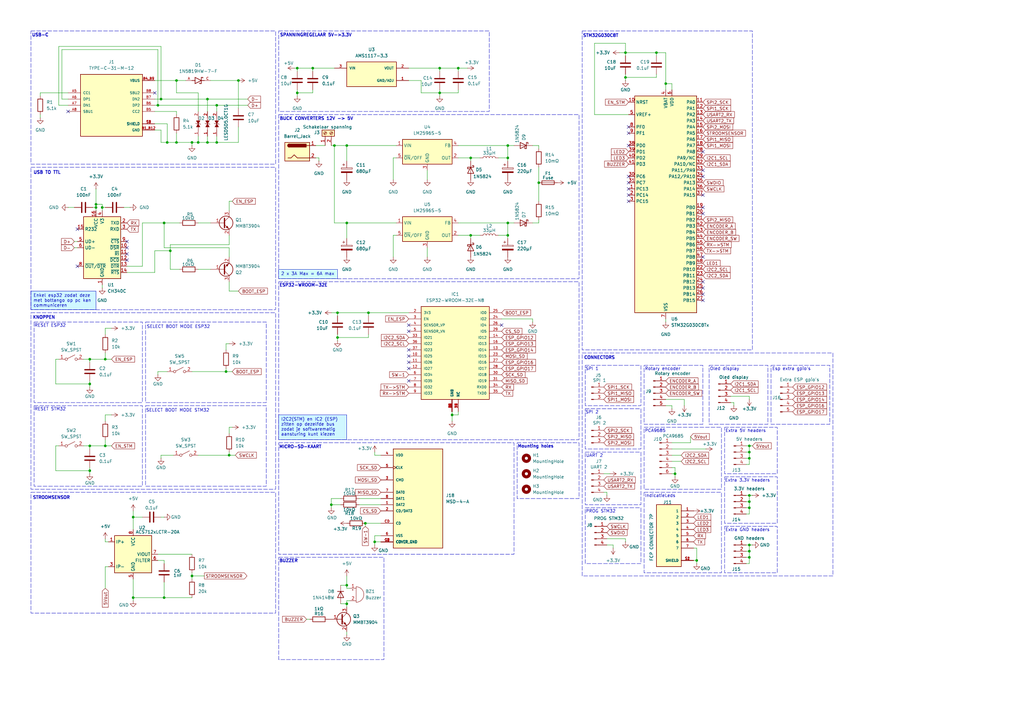
<source format=kicad_sch>
(kicad_sch (version 20231120) (generator "eeschema") (generator_version "8.0")
  (paper "A3")
  (title_block (title "Mini-me") (date "2025-02-02") (rev "1"))
  (junction (at 307.34 205.74))
  (junction (at 138.43 138.43))
  (junction (at 256.54 21.59))
  (junction (at 220.98 74.93))
  (junction (at 66.04 40.64))
  (junction (at 307.34 203.2))
  (junction (at 36.83 182.88))
  (junction (at 256.54 31.75))
  (junction (at 121.92 38.1))
  (junction (at 307.34 208.28))
  (junction (at 142.24 59.69))
  (junction (at 138.43 128.27))
  (junction (at 180.34 38.1))
  (junction (at 273.05 34.29))
  (junction (at 88.9 43.18))
  (junction (at 81.28 58.42))
  (junction (at 137.16 59.69))
  (junction (at 276.86 194.31))
  (junction (at 208.28 91.44))
  (junction (at 307.34 187.96))
  (junction (at 142.24 240.03))
  (junction (at 185.42 170.18))
  (junction (at 149.86 214.63))
  (junction (at 93.98 186.69))
  (junction (at 180.34 27.94))
  (junction (at 54.61 212.09))
  (junction (at 285.75 229.87))
  (junction (at 142.24 91.44))
  (junction (at 85.09 40.64))
  (junction (at 193.04 96.52))
  (junction (at 269.24 21.59))
  (junction (at 307.34 182.88))
  (junction (at 78.74 236.22))
  (junction (at 39.37 85.09))
  (junction (at 85.09 58.42))
  (junction (at 36.83 193.04))
  (junction (at 187.96 27.94))
  (junction (at 64.77 43.18))
  (junction (at 72.39 33.02))
  (junction (at 67.31 91.44))
  (junction (at 121.92 27.94))
  (junction (at 208.28 96.52))
  (junction (at 153.67 222.25))
  (junction (at 39.37 83.82))
  (junction (at 43.18 147.32))
  (junction (at 36.83 157.48))
  (junction (at 88.9 58.42))
  (junction (at 142.24 247.65))
  (junction (at 208.28 59.69))
  (junction (at 78.74 58.42))
  (junction (at 36.83 147.32))
  (junction (at 151.13 128.27))
  (junction (at 68.58 58.42))
  (junction (at 43.18 182.88))
  (junction (at 307.34 228.6))
  (junction (at 72.39 58.42))
  (junction (at 307.34 226.06))
  (junction (at 307.34 185.42))
  (junction (at 67.31 245.11))
  (junction (at 128.27 27.94))
  (junction (at 208.28 64.77))
  (junction (at 54.61 245.11))
  (junction (at 69.85 102.87))
  (junction (at 135.89 207.01))
  (junction (at 307.34 223.52))
  (junction (at 97.79 33.02))
  (junction (at 41.91 85.09))
  (junction (at 193.04 64.77))
  (junction (at 92.71 152.4))
  (no_connect (at 288.29 87.63))
  (no_connect (at 257.81 80.01))
  (no_connect (at 257.81 54.61))
  (no_connect (at 257.81 74.93))
  (no_connect (at 167.64 151.13))
  (no_connect (at 288.29 69.85))
  (no_connect (at 288.29 62.23))
  (no_connect (at 27.94 45.72))
  (no_connect (at 288.29 72.39))
  (no_connect (at 167.64 133.35))
  (no_connect (at 288.29 115.57))
  (no_connect (at 257.81 77.47))
  (no_connect (at 288.29 105.41))
  (no_connect (at 31.75 109.22))
  (no_connect (at 167.64 148.59))
  (no_connect (at 288.29 120.65))
  (no_connect (at 31.75 93.98))
  (no_connect (at 63.5 38.1))
  (no_connect (at 288.29 80.01))
  (no_connect (at 288.29 118.11))
  (no_connect (at 167.64 143.51))
  (no_connect (at 52.07 101.6))
  (no_connect (at 167.64 146.05))
  (no_connect (at 257.81 82.55))
  (no_connect (at 52.07 99.06))
  (no_connect (at 52.07 106.68))
  (no_connect (at 205.74 133.35))
  (no_connect (at 52.07 104.14))
  (no_connect (at 257.81 59.69))
  (no_connect (at 167.64 135.89))
  (no_connect (at 167.64 156.21))
  (no_connect (at 257.81 72.39))
  (no_connect (at 288.29 85.09))
  (no_connect (at 257.81 52.07))
  (no_connect (at 288.29 123.19))
  (wire (pts (xy 307.34 162.56) (xy 299.72 162.56)))
  (wire (pts (xy 67.31 91.44) (xy 58.42 91.44)))
  (wire (pts (xy 307.34 208.28) (xy 307.34 205.74)))
  (wire (pts (xy 187.96 91.44) (xy 208.28 91.44)))
  (wire (pts (xy 273.05 21.59) (xy 273.05 34.29)))
  (wire (pts (xy 299.72 165.1) (xy 300.99 165.1)))
  (wire (pts (xy 88.9 55.88) (xy 88.9 58.42)))
  (wire (pts (xy 187.96 168.91) (xy 187.96 170.18)))
  (wire (pts (xy 97.79 52.07) (xy 97.79 58.42)))
  (wire (pts (xy 142.24 246.38) (xy 143.51 246.38)))
  (wire (pts (xy 97.79 33.02) (xy 97.79 44.45)))
  (wire (pts (xy 16.51 39.37) (xy 16.51 38.1)))
  (wire (pts (xy 243.84 17.78) (xy 256.54 17.78)))
  (wire (pts (xy 208.28 91.44) (xy 210.82 91.44)))
  (wire (pts (xy 142.24 236.22) (xy 142.24 240.03)))
  (wire (pts (xy 218.44 91.44) (xy 220.98 91.44)))
  (wire (pts (xy 187.96 29.21) (xy 187.96 27.94)))
  (wire (pts (xy 54.61 245.11) (xy 67.31 245.11)))
  (wire (pts (xy 78.74 58.42) (xy 78.74 59.69)))
  (wire (pts (xy 67.31 101.6) (xy 67.31 91.44)))
  (wire (pts (xy 248.92 203.2) (xy 248.92 201.93)))
  (wire (pts (xy 149.86 215.9) (xy 149.86 214.63)))
  (wire (pts (xy 185.42 170.18) (xy 185.42 172.72)))
  (wire (pts (xy 43.18 172.72) (xy 43.18 170.18)))
  (wire (pts (xy 256.54 17.78) (xy 256.54 21.59)))
  (wire (pts (xy 97.79 119.38) (xy 93.98 119.38)))
  (wire (pts (xy 151.13 138.43) (xy 138.43 138.43)))
  (wire (pts (xy 284.48 224.79) (xy 285.75 224.79)))
  (wire (pts (xy 64.77 20.32) (xy 64.77 43.18)))
  (wire (pts (xy 269.24 22.86) (xy 269.24 21.59)))
  (wire (pts (xy 275.59 166.37) (xy 275.59 167.64)))
  (wire (pts (xy 307.34 187.96) (xy 307.34 185.42)))
  (wire (pts (xy 86.36 33.02) (xy 97.79 33.02)))
  (wire (pts (xy 36.83 182.88) (xy 43.18 182.88)))
  (wire (pts (xy 66.04 40.64) (xy 85.09 40.64)))
  (wire (pts (xy 81.28 91.44) (xy 86.36 91.44)))
  (wire (pts (xy 256.54 21.59) (xy 254 21.59)))
  (wire (pts (xy 95.25 82.55) (xy 93.98 82.55)))
  (wire (pts (xy 306.07 185.42) (xy 307.34 185.42)))
  (wire (pts (xy 306.07 228.6) (xy 307.34 228.6)))
  (wire (pts (xy 63.5 102.87) (xy 63.5 111.76)))
  (wire (pts (xy 66.04 186.69) (xy 71.12 186.69)))
  (wire (pts (xy 276.86 194.31) (xy 276.86 195.58)))
  (wire (pts (xy 275.59 191.77) (xy 276.86 191.77)))
  (wire (pts (xy 34.29 147.32) (xy 36.83 147.32)))
  (wire (pts (xy 93.98 140.97) (xy 92.71 140.97)))
  (wire (pts (xy 128.27 27.94) (xy 121.92 27.94)))
  (wire (pts (xy 41.91 83.82) (xy 41.91 85.09)))
  (wire (pts (xy 167.64 33.02) (xy 172.72 33.02)))
  (wire (pts (xy 81.28 186.69) (xy 93.98 186.69)))
  (wire (pts (xy 93.98 185.42) (xy 93.98 186.69)))
  (wire (pts (xy 128.27 38.1) (xy 121.92 38.1)))
  (wire (pts (xy 36.83 147.32) (xy 36.83 148.59)))
  (wire (pts (xy 307.34 205.74) (xy 307.34 203.2)))
  (wire (pts (xy 54.61 246.38) (xy 54.61 245.11)))
  (wire (pts (xy 185.42 168.91) (xy 185.42 170.18)))
  (wire (pts (xy 187.96 96.52) (xy 193.04 96.52)))
  (wire (pts (xy 162.56 59.69) (xy 142.24 59.69)))
  (wire (pts (xy 307.34 223.52) (xy 308.61 223.52)))
  (wire (pts (xy 63.5 40.64) (xy 66.04 40.64)))
  (wire (pts (xy 97.79 58.42) (xy 88.9 58.42)))
  (wire (pts (xy 137.16 59.69) (xy 142.24 59.69)))
  (wire (pts (xy 180.34 27.94) (xy 180.34 29.21)))
  (wire (pts (xy 85.09 55.88) (xy 85.09 58.42)))
  (wire (pts (xy 153.67 222.25) (xy 153.67 219.71)))
  (wire (pts (xy 22.86 147.32) (xy 24.13 147.32)))
  (wire (pts (xy 93.98 82.55) (xy 93.98 86.36)))
  (wire (pts (xy 251.46 224.79) (xy 251.46 223.52)))
  (wire (pts (xy 257.81 46.99) (xy 243.84 46.99)))
  (wire (pts (xy 273.05 21.59) (xy 269.24 21.59)))
  (wire (pts (xy 161.29 96.52) (xy 162.56 96.52)))
  (wire (pts (xy 306.07 205.74) (xy 307.34 205.74)))
  (wire (pts (xy 142.24 240.03) (xy 142.24 241.3)))
  (wire (pts (xy 275.59 186.69) (xy 279.4 186.69)))
  (wire (pts (xy 68.58 50.8) (xy 68.58 58.42)))
  (wire (pts (xy 218.44 130.81) (xy 218.44 132.08)))
  (wire (pts (xy 269.24 31.75) (xy 256.54 31.75)))
  (wire (pts (xy 306.07 208.28) (xy 307.34 208.28)))
  (wire (pts (xy 22.86 193.04) (xy 36.83 193.04)))
  (wire (pts (xy 142.24 241.3) (xy 143.51 241.3)))
  (wire (pts (xy 22.86 157.48) (xy 36.83 157.48)))
  (wire (pts (xy 88.9 43.18) (xy 101.6 43.18)))
  (wire (pts (xy 285.75 229.87) (xy 285.75 231.14)))
  (wire (pts (xy 193.04 66.04) (xy 193.04 64.77)))
  (wire (pts (xy 120.65 27.94) (xy 121.92 27.94)))
  (wire (pts (xy 142.24 59.69) (xy 142.24 66.04)))
  (wire (pts (xy 63.5 111.76) (xy 52.07 111.76)))
  (wire (pts (xy 204.47 64.77) (xy 208.28 64.77)))
  (wire (pts (xy 284.48 229.87) (xy 285.75 229.87)))
  (wire (pts (xy 63.5 50.8) (xy 68.58 50.8)))
  (wire (pts (xy 285.75 224.79) (xy 285.75 229.87)))
  (wire (pts (xy 273.05 34.29) (xy 273.05 36.83)))
  (wire (pts (xy 220.98 91.44) (xy 220.98 90.17)))
  (wire (pts (xy 306.07 187.96) (xy 307.34 187.96)))
  (wire (pts (xy 187.96 27.94) (xy 180.34 27.94)))
  (wire (pts (xy 27.94 43.18) (xy 24.13 43.18)))
  (wire (pts (xy 128.27 36.83) (xy 128.27 38.1)))
  (wire (pts (xy 175.26 69.85) (xy 175.26 73.66)))
  (wire (pts (xy 153.67 219.71) (xy 156.21 219.71)))
  (wire (pts (xy 306.07 210.82) (xy 307.34 210.82)))
  (wire (pts (xy 307.34 210.82) (xy 307.34 208.28)))
  (wire (pts (xy 208.28 91.44) (xy 208.28 96.52)))
  (wire (pts (xy 180.34 39.37) (xy 180.34 38.1)))
  (wire (pts (xy 93.98 175.26) (xy 93.98 177.8)))
  (wire (pts (xy 193.04 97.79) (xy 193.04 96.52)))
  (wire (pts (xy 50.8 85.09) (xy 53.34 85.09)))
  (wire (pts (xy 83.82 236.22) (xy 78.74 236.22)))
  (wire (pts (xy 41.91 85.09) (xy 43.18 85.09)))
  (wire (pts (xy 72.39 45.72) (xy 72.39 46.99)))
  (wire (pts (xy 69.85 102.87) (xy 69.85 110.49)))
  (wire (pts (xy 43.18 232.41) (xy 43.18 241.3)))
  (wire (pts (xy 16.51 46.99) (xy 16.51 48.26)))
  (wire (pts (xy 256.54 30.48) (xy 256.54 31.75)))
  (wire (pts (xy 72.39 33.02) (xy 76.2 33.02)))
  (wire (pts (xy 248.92 201.93) (xy 247.65 201.93)))
  (wire (pts (xy 180.34 38.1) (xy 187.96 38.1)))
  (wire (pts (xy 41.91 86.36) (xy 41.91 85.09)))
  (wire (pts (xy 64.77 229.87) (xy 67.31 229.87)))
  (wire (pts (xy 72.39 58.42) (xy 68.58 58.42)))
  (wire (pts (xy 69.85 102.87) (xy 63.5 102.87)))
  (wire (pts (xy 81.28 38.1) (xy 72.39 38.1)))
  (wire (pts (xy 187.96 59.69) (xy 208.28 59.69)))
  (wire (pts (xy 275.59 194.31) (xy 276.86 194.31)))
  (wire (pts (xy 58.42 109.22) (xy 52.07 109.22)))
  (wire (pts (xy 69.85 100.33) (xy 69.85 102.87)))
  (wire (pts (xy 180.34 36.83) (xy 180.34 38.1)))
  (wire (pts (xy 36.83 157.48) (xy 36.83 158.75)))
  (wire (pts (xy 151.13 128.27) (xy 138.43 128.27)))
  (wire (pts (xy 256.54 31.75) (xy 256.54 33.02)))
  (wire (pts (xy 92.71 151.13) (xy 92.71 152.4)))
  (wire (pts (xy 66.04 19.05) (xy 66.04 40.64)))
  (wire (pts (xy 208.28 59.69) (xy 210.82 59.69)))
  (wire (pts (xy 142.24 246.38) (xy 142.24 247.65)))
  (wire (pts (xy 66.04 212.09) (xy 67.31 212.09)))
  (wire (pts (xy 72.39 54.61) (xy 72.39 58.42)))
  (wire (pts (xy 149.86 214.63) (xy 156.21 214.63)))
  (wire (pts (xy 193.04 64.77) (xy 196.85 64.77)))
  (wire (pts (xy 63.5 33.02) (xy 72.39 33.02)))
  (wire (pts (xy 300.99 165.1) (xy 300.99 166.37)))
  (wire (pts (xy 187.96 64.77) (xy 193.04 64.77)))
  (wire (pts (xy 36.83 191.77) (xy 36.83 193.04)))
  (wire (pts (xy 135.89 208.28) (xy 135.89 207.01)))
  (wire (pts (xy 153.67 222.25) (xy 156.21 222.25)))
  (wire (pts (xy 175.26 101.6) (xy 175.26 105.41)))
  (wire (pts (xy 283.21 179.07) (xy 283.21 181.61)))
  (wire (pts (xy 193.04 96.52) (xy 196.85 96.52)))
  (wire (pts (xy 307.34 203.2) (xy 308.61 203.2)))
  (wire (pts (xy 139.7 247.65) (xy 142.24 247.65)))
  (wire (pts (xy 138.43 128.27) (xy 135.89 128.27)))
  (wire (pts (xy 22.86 182.88) (xy 22.86 193.04)))
  (wire (pts (xy 43.18 180.34) (xy 43.18 182.88)))
  (wire (pts (xy 64.77 43.18) (xy 88.9 43.18)))
  (wire (pts (xy 137.16 59.69) (xy 137.16 91.44)))
  (wire (pts (xy 54.61 209.55) (xy 54.61 212.09)))
  (wire (pts (xy 36.83 182.88) (xy 36.83 184.15)))
  (wire (pts (xy 93.98 186.69) (xy 96.52 186.69)))
  (wire (pts (xy 135.89 207.01) (xy 135.89 204.47)))
  (wire (pts (xy 147.32 207.01) (xy 156.21 207.01)))
  (wire (pts (xy 16.51 38.1) (xy 27.94 38.1)))
  (wire (pts (xy 135.89 204.47) (xy 139.7 204.47)))
  (wire (pts (xy 162.56 91.44) (xy 142.24 91.44)))
  (wire (pts (xy 39.37 85.09) (xy 39.37 86.36)))
  (wire (pts (xy 66.04 58.42) (xy 68.58 58.42)))
  (wire (pts (xy 92.71 152.4) (xy 95.25 152.4)))
  (wire (pts (xy 85.09 40.64) (xy 101.6 40.64)))
  (wire (pts (xy 64.77 152.4) (xy 64.77 153.67)))
  (wire (pts (xy 306.07 223.52) (xy 307.34 223.52)))
  (wire (pts (xy 121.92 38.1) (xy 121.92 39.37)))
  (wire (pts (xy 256.54 21.59) (xy 256.54 22.86)))
  (wire (pts (xy 72.39 38.1) (xy 72.39 33.02)))
  (wire (pts (xy 43.18 182.88) (xy 45.72 182.88)))
  (wire (pts (xy 93.98 115.57) (xy 93.98 119.38)))
  (wire (pts (xy 43.18 222.25) (xy 44.45 222.25)))
  (wire (pts (xy 93.98 96.52) (xy 93.98 100.33)))
  (wire (pts (xy 130.81 64.77) (xy 130.81 66.04)))
  (wire (pts (xy 151.13 128.27) (xy 167.64 128.27)))
  (wire (pts (xy 153.67 223.52) (xy 153.67 222.25)))
  (wire (pts (xy 307.34 190.5) (xy 307.34 187.96)))
  (wire (pts (xy 81.28 45.72) (xy 81.28 38.1)))
  (wire (pts (xy 36.83 147.32) (xy 43.18 147.32)))
  (wire (pts (xy 275.59 181.61) (xy 283.21 181.61)))
  (wire (pts (xy 172.72 33.02) (xy 172.72 38.1)))
  (wire (pts (xy 88.9 58.42) (xy 85.09 58.42)))
  (wire (pts (xy 306.07 226.06) (xy 307.34 226.06)))
  (wire (pts (xy 43.18 220.98) (xy 43.18 222.25)))
  (wire (pts (xy 129.54 59.69) (xy 133.35 59.69)))
  (wire (pts (xy 88.9 43.18) (xy 88.9 45.72)))
  (wire (pts (xy 273.05 130.81) (xy 273.05 132.08)))
  (wire (pts (xy 153.67 186.69) (xy 156.21 186.69)))
  (wire (pts (xy 54.61 212.09) (xy 58.42 212.09)))
  (wire (pts (xy 276.86 191.77) (xy 276.86 194.31)))
  (wire (pts (xy 161.29 73.66) (xy 161.29 64.77)))
  (wire (pts (xy 220.98 59.69) (xy 220.98 60.96)))
  (wire (pts (xy 25.4 20.32) (xy 64.77 20.32)))
  (wire (pts (xy 24.13 19.05) (xy 66.04 19.05)))
  (wire (pts (xy 243.84 46.99) (xy 243.84 17.78)))
  (wire (pts (xy 161.29 64.77) (xy 162.56 64.77)))
  (wire (pts (xy 275.59 189.23) (xy 279.4 189.23)))
  (wire (pts (xy 43.18 170.18) (xy 45.72 170.18)))
  (wire (pts (xy 36.83 193.04) (xy 36.83 194.31)))
  (wire (pts (xy 85.09 58.42) (xy 81.28 58.42)))
  (wire (pts (xy 54.61 212.09) (xy 54.61 217.17)))
  (wire (pts (xy 306.07 231.14) (xy 307.34 231.14)))
  (wire (pts (xy 280.67 163.83) (xy 273.05 163.83)))
  (wire (pts (xy 43.18 137.16) (xy 43.18 134.62)))
  (wire (pts (xy 251.46 223.52) (xy 248.92 223.52)))
  (wire (pts (xy 22.86 147.32) (xy 22.86 157.48)))
  (wire (pts (xy 27.94 40.64) (xy 25.4 40.64)))
  (wire (pts (xy 78.74 58.42) (xy 72.39 58.42)))
  (wire (pts (xy 307.34 231.14) (xy 307.34 228.6)))
  (wire (pts (xy 306.07 190.5) (xy 307.34 190.5)))
  (wire (pts (xy 25.4 40.64) (xy 25.4 20.32)))
  (wire (pts (xy 135.89 59.69) (xy 137.16 59.69)))
  (wire (pts (xy 93.98 100.33) (xy 69.85 100.33)))
  (wire (pts (xy 208.28 96.52) (xy 208.28 97.79)))
  (wire (pts (xy 151.13 129.54) (xy 151.13 128.27)))
  (wire (pts (xy 187.96 27.94) (xy 191.77 27.94)))
  (wire (pts (xy 54.61 237.49) (xy 54.61 245.11)))
  (wire (pts (xy 142.24 91.44) (xy 137.16 91.44)))
  (wire (pts (xy 66.04 186.69) (xy 66.04 187.96)))
  (wire (pts (xy 41.91 116.84) (xy 41.91 118.11)))
  (wire (pts (xy 30.48 101.6) (xy 31.75 101.6)))
  (wire (pts (xy 247.65 194.31) (xy 250.19 194.31)))
  (wire (pts (xy 43.18 232.41) (xy 44.45 232.41)))
  (wire (pts (xy 41.91 83.82) (xy 39.37 83.82)))
  (wire (pts (xy 142.24 91.44) (xy 142.24 97.79)))
  (wire (pts (xy 58.42 91.44) (xy 58.42 109.22)))
  (wire (pts (xy 153.67 185.42) (xy 153.67 186.69)))
  (wire (pts (xy 138.43 137.16) (xy 138.43 138.43)))
  (wire (pts (xy 256.54 222.25) (xy 256.54 220.98)))
  (wire (pts (xy 280.67 166.37) (xy 280.67 163.83)))
  (wire (pts (xy 38.1 85.09) (xy 39.37 85.09)))
  (wire (pts (xy 78.74 152.4) (xy 92.71 152.4)))
  (wire (pts (xy 269.24 30.48) (xy 269.24 31.75)))
  (wire (pts (xy 64.77 227.33) (xy 78.74 227.33)))
  (wire (pts (xy 151.13 137.16) (xy 151.13 138.43)))
  (wire (pts (xy 172.72 38.1) (xy 180.34 38.1)))
  (wire (pts (xy 135.89 207.01) (xy 139.7 207.01)))
  (wire (pts (xy 306.07 182.88) (xy 307.34 182.88)))
  (wire (pts (xy 161.29 105.41) (xy 161.29 96.52)))
  (wire (pts (xy 307.34 182.88) (xy 308.61 182.88)))
  (wire (pts (xy 73.66 91.44) (xy 67.31 91.44)))
  (wire (pts (xy 39.37 77.47) (xy 39.37 83.82)))
  (wire (pts (xy 205.74 130.81) (xy 218.44 130.81)))
  (wire (pts (xy 39.37 83.82) (xy 39.37 85.09)))
  (wire (pts (xy 125.73 254) (xy 127 254)))
  (wire (pts (xy 275.59 184.15) (xy 289.56 184.15)))
  (wire (pts (xy 22.86 182.88) (xy 24.13 182.88)))
  (wire (pts (xy 81.28 110.49) (xy 86.36 110.49)))
  (wire (pts (xy 185.42 170.18) (xy 187.96 170.18)))
  (wire (pts (xy 95.25 175.26) (xy 93.98 175.26)))
  (wire (pts (xy 139.7 240.03) (xy 142.24 240.03)))
  (wire (pts (xy 307.34 226.06) (xy 307.34 223.52)))
  (wire (pts (xy 73.66 110.49) (xy 69.85 110.49)))
  (wire (pts (xy 275.59 36.83) (xy 275.59 34.29)))
  (wire (pts (xy 142.24 259.08) (xy 142.24 260.35)))
  (wire (pts (xy 30.48 99.06) (xy 31.75 99.06)))
  (wire (pts (xy 27.94 85.09) (xy 30.48 85.09)))
  (wire (pts (xy 63.5 43.18) (xy 64.77 43.18)))
  (wire (pts (xy 93.98 101.6) (xy 67.31 101.6)))
  (wire (pts (xy 43.18 147.32) (xy 45.72 147.32)))
  (wire (pts (xy 187.96 36.83) (xy 187.96 38.1)))
  (wire (pts (xy 93.98 101.6) (xy 93.98 105.41)))
  (wire (pts (xy 66.04 58.42) (xy 66.04 53.34)))
  (wire (pts (xy 81.28 58.42) (xy 78.74 58.42)))
  (wire (pts (xy 43.18 134.62) (xy 45.72 134.62)))
  (wire (pts (xy 204.47 96.52) (xy 208.28 96.52)))
  (wire (pts (xy 269.24 21.59) (xy 256.54 21.59)))
  (wire (pts (xy 208.28 64.77) (xy 208.28 66.04)))
  (wire (pts (xy 307.34 163.83) (xy 307.34 162.56)))
  (wire (pts (xy 64.77 152.4) (xy 68.58 152.4)))
  (wire (pts (xy 137.16 27.94) (xy 128.27 27.94)))
  (wire (pts (xy 92.71 140.97) (xy 92.71 143.51)))
  (wire (pts (xy 307.34 185.42) (xy 307.34 182.88)))
  (wire (pts (xy 66.04 53.34) (xy 63.5 53.34)))
  (wire (pts (xy 128.27 27.94) (xy 128.27 29.21)))
  (wire (pts (xy 121.92 27.94) (xy 121.92 29.21)))
  (wire (pts (xy 307.34 228.6) (xy 307.34 226.06)))
  (wire (pts (xy 78.74 245.11) (xy 67.31 245.11)))
  (wire (pts (xy 273.05 166.37) (xy 275.59 166.37)))
  (wire (pts (xy 121.92 36.83) (xy 121.92 38.1)))
  (wire (pts (xy 67.31 238.76) (xy 67.31 245.11)))
  (wire (pts (xy 208.28 59.69) (xy 208.28 64.77)))
  (wire (pts (xy 81.28 55.88) (xy 81.28 58.42)))
  (wire (pts (xy 167.64 27.94) (xy 180.34 27.94)))
  (wire (pts (xy 147.32 204.47) (xy 156.21 204.47)))
  (wire (pts (xy 129.54 64.77) (xy 130.81 64.77)))
  (wire (pts (xy 138.43 128.27) (xy 138.43 129.54)))
  (wire (pts (xy 220.98 74.93) (xy 220.98 82.55)))
  (wire (pts (xy 275.59 34.29) (xy 273.05 34.29)))
  (wire (pts (xy 138.43 138.43) (xy 138.43 139.7)))
  (wire (pts (xy 256.54 220.98) (xy 248.92 220.98)))
  (wire (pts (xy 34.29 182.88) (xy 36.83 182.88)))
  (wire (pts (xy 78.74 234.95) (xy 78.74 236.22)))
  (wire (pts (xy 67.31 229.87) (xy 67.31 231.14)))
  (wire (pts (xy 142.24 247.65) (xy 142.24 248.92)))
  (wire (pts (xy 218.44 59.69) (xy 220.98 59.69)))
  (wire (pts (xy 85.09 40.64) (xy 85.09 45.72)))
  (wire (pts (xy 306.07 203.2) (xy 307.34 203.2)))
  (wire (pts (xy 36.83 156.21) (xy 36.83 157.48)))
  (wire (pts (xy 24.13 43.18) (xy 24.13 19.05)))
  (wire (pts (xy 220.98 68.58) (xy 220.98 74.93)))
  (wire (pts (xy 43.18 144.78) (xy 43.18 147.32)))
  (wire (pts (xy 78.74 236.22) (xy 78.74 237.49)))
  (wire (pts (xy 63.5 45.72) (xy 72.39 45.72)))
  (rectangle (start 114.3 228.6) (end 157.48 270.51) (stroke (width 0) (type dash)))
  (rectangle (start 114.3 46.99) (end 237.49 114.3) (stroke (width 0) (type dash)))
  (rectangle (start 114.3 181.61) (end 210.82 227.33) (stroke (width 0) (type dash)))
  (rectangle (start 238.76 12.7) (end 308.61 143.51) (stroke (width 0) (type dash)))
  (rectangle (start 240.03 208.28) (end 262.89 231.14) (stroke (width 0) (type dash)))
  (rectangle (start 264.16 175.26) (end 295.91 200.66) (stroke (width 0) (type dash)))
  (rectangle (start 297.18 215.9) (end 318.77 234.95) (stroke (width 0) (type dash)))
  (rectangle (start 12.7 68.58) (end 113.03 127) (stroke (width 0) (type dash)))
  (rectangle (start 12.7 12.7) (end 113.03 67.31) (stroke (width 0) (type dash)))
  (rectangle (start 238.76 144.78) (end 341.63 236.22) (stroke (width 0) (type dash)))
  (rectangle (start 59.69 132.08) (end 109.22 165.1) (stroke (width 0) (type dash)))
  (rectangle (start 13.97 132.08) (end 58.42 165.1) (stroke (width 0) (type dash)))
  (rectangle (start 297.18 195.58) (end 318.77 214.63) (stroke (width 0) (type dash)))
  (rectangle (start 13.97 166.37) (end 58.42 199.39) (stroke (width 0) (type dash)))
  (rectangle (start 212.09 181.61) (end 237.49 204.47) (stroke (width 0) (type dash)))
  (rectangle (start 240.03 149.86) (end 262.89 166.37) (stroke (width 0) (type dash)))
  (rectangle (start 59.69 166.37) (end 109.22 199.39) (stroke (width 0) (type dash)))
  (rectangle (start 316.23 149.86) (end 340.36 173.99) (stroke (width 0) (type dash)))
  (rectangle (start 264.16 149.86) (end 288.29 173.99) (stroke (width 0) (type dash)))
  (rectangle (start 240.03 167.64) (end 262.89 184.15) (stroke (width 0) (type dash)))
  (rectangle (start 114.3 115.57) (end 237.49 180.34) (stroke (width 0) (type dash)))
  (rectangle (start 264.16 201.93) (end 295.91 234.95) (stroke (width 0) (type dash)))
  (rectangle (start 240.03 185.42) (end 262.89 207.01) (stroke (width 0) (type dash)))
  (rectangle (start 12.7 201.93) (end 113.03 251.46) (stroke (width 0) (type dash)))
  (rectangle (start 290.83 149.86) (end 314.96 173.99) (stroke (width 0) (type dash)))
  (rectangle (start 297.18 175.26) (end 318.77 194.31) (stroke (width 0) (type dash)))
  (rectangle (start 114.3 12.7) (end 200.66 45.72) (stroke (width 0) (type dash)))
  (rectangle (start 12.7 128.27) (end 113.03 200.66) (stroke (width 0) (type dash)))
  (text_box "I2C2(STM) en IC2 (ESP) zitten op dezelfde bus zodat je softwarematig aansturing kunt kiezen " (at 114.3 170.18 0) (size 27.94 10.16) (fill (type color) (color 208 247 255 1)) (effects (font (size 1.27 1.27)) (justify left top)))
  (text_box "Enkel esp32 zodat deze met bottango op pc kan communiceren" (at 12.7 119.38 0) (size 26.67 7.62) (fill (type color) (color 208 247 255 1)) (effects (font (size 1.27 1.27)) (justify left top)))
  (text_box "2 x 3A Max = 6A max" (at 114.3 110.49 0) (size 24.13 3.81) (fill (type color) (color 209 255 249 1)) (effects (font (size 1.27 1.27)) (justify left top)))
  (text "STM32G030C8T\n" (at 246.38 14.732 0) (effects (font (size 1.27 1.27) (thickness 0.254) (bold yes))))
  (text "SELECT BOOT MODE ESP32" (at 73.152 134.112 0) (effects (font (size 1.27 1.27))))
  (text "SPI 2" (at 242.824 169.164 0) (effects (font (size 1.27 1.27))))
  (text "BUZZER" (at 118.364 230.124 0) (effects (font (size 1.27 1.27) (thickness 0.254) (bold yes))))
  (text "Extra 3.3V headers" (at 306.578 197.104 0) (effects (font (size 1.27 1.27))))
  (text "Oled display" (at 297.18 151.384 0) (effects (font (size 1.27 1.27))))
  (text "Mounting holes" (at 219.71 183.134 0) (effects (font (size 1.27 1.27) (thickness 0.254) (bold yes))))
  (text "STROOMSENSOR" (at 21.082 204.216 0) (effects (font (size 1.27 1.27) (thickness 0.254) (bold yes))))
  (text "Extra GND headers" (at 306.578 217.424 0) (effects (font (size 1.27 1.27))))
  (text "MICRO-SD-KAART" (at 123.19 183.388 0) (effects (font (size 1.27 1.27) (thickness 0.254) (bold yes))))
  (text "USB-C" (at 16.51 14.478 0) (effects (font (size 1.27 1.27) (thickness 0.254) (bold yes))))
  (text "Esp extra gpio's" (at 324.612 151.384 0) (effects (font (size 1.27 1.27))))
  (text "SPANNINGREGELAAR 5V->3.3V" (at 129.54 14.478 0) (effects (font (size 1.27 1.27) (thickness 0.254) (bold yes))))
  (text "Rotary encoder" (at 271.78 151.384 0) (effects (font (size 1.27 1.27))))
  (text "IndicatieLeds" (at 270.764 203.454 0) (effects (font (size 1.27 1.27))))
  (text "UART 2" (at 243.84 186.944 0) (effects (font (size 1.27 1.27))))
  (text "Extra 5V headers" (at 305.816 176.784 0) (effects (font (size 1.27 1.27))))
  (text "SELECT BOOT MODE STM32" (at 72.898 168.402 0) (effects (font (size 1.27 1.27))))
  (text "KNOPPEN" (at 18.034 130.302 0) (effects (font (size 1.27 1.27) (thickness 0.254) (bold yes))))
  (text "SPI 1" (at 242.824 151.384 0) (effects (font (size 1.27 1.27))))
  (text "PCA9685" (at 268.732 176.784 0) (effects (font (size 1.27 1.27))))
  (text "RESET STM32" (at 20.574 167.894 0) (effects (font (size 1.27 1.27))))
  (text "RESET ESP32" (at 20.574 133.604 0) (effects (font (size 1.27 1.27))))
  (text "CONNECTORS" (at 245.872 146.812 0) (effects (font (size 1.27 1.27) (thickness 0.254) (bold yes))))
  (text "USB TO TTL" (at 19.304 70.866 0) (effects (font (size 1.27 1.27) (thickness 0.254) (bold yes))))
  (text "BUCK CONVERTERS 12V -> 5V" (at 129.794 48.768 0) (effects (font (size 1.27 1.27) (thickness 0.254) (bold yes))))
  (text "ESP32-WROOM-32E" (at 124.46 117.094 0) (effects (font (size 1.27 1.27) (thickness 0.254) (bold yes))))
  (text "PROG STM32" (at 246.38 209.804 0) (effects (font (size 1.27 1.27))))
  (global_label "ESP_GPIO13" (shape input) (at 205.74 140.97 0) (property "Intersheetrefs" "${INTERSHEET_REFS}" (effects (hide yes))))
  (global_label "EN_STM" (shape input) (at 45.72 182.88 0) (property "Intersheetrefs" "${INTERSHEET_REFS}" (effects (hide yes))))
  (global_label "SPI2_MISO" (shape input) (at 247.65 179.07 0) (property "Intersheetrefs" "${INTERSHEET_REFS}" (effects (hide yes))))
  (global_label "I2C2_SCL" (shape input) (at 279.4 189.23 0) (property "Intersheetrefs" "${INTERSHEET_REFS}" (effects (hide yes))))
  (global_label "I2C1_SCL" (shape input) (at 288.29 64.77 0) (property "Intersheetrefs" "${INTERSHEET_REFS}" (effects (hide yes))))
  (global_label "LED2" (shape input) (at 257.81 62.23 180) (property "Intersheetrefs" "${INTERSHEET_REFS}" (effects (hide yes))))
  (global_label "LED2" (shape input) (at 284.48 214.63 0) (property "Intersheetrefs" "${INTERSHEET_REFS}" (effects (hide yes))))
  (global_label "SPI1_MISO" (shape input) (at 288.29 57.15 0) (property "Intersheetrefs" "${INTERSHEET_REFS}" (effects (hide yes))))
  (global_label "SPI1_SCK" (shape input) (at 288.29 44.45 0) (property "Intersheetrefs" "${INTERSHEET_REFS}" (effects (hide yes))))
  (global_label "ESP_GPIO13" (shape input) (at 325.12 161.29 0) (property "Intersheetrefs" "${INTERSHEET_REFS}" (effects (hide yes))))
  (global_label "MISO_SD" (shape input) (at 156.21 201.93 180) (property "Intersheetrefs" "${INTERSHEET_REFS}" (effects (hide yes))))
  (global_label "BOOT_ESP" (shape input) (at 205.74 128.27 0) (property "Intersheetrefs" "${INTERSHEET_REFS}" (effects (hide yes))))
  (global_label "RX" (shape input) (at 205.74 158.75 0) (property "Intersheetrefs" "${INTERSHEET_REFS}" (effects (hide yes))))
  (global_label "BOOT_ESP" (shape input) (at 97.79 119.38 0) (property "Intersheetrefs" "${INTERSHEET_REFS}" (effects (hide yes))))
  (global_label "STROOMSENSOR" (shape input) (at 288.29 54.61 0) (property "Intersheetrefs" "${INTERSHEET_REFS}" (effects (hide yes))))
  (global_label "BUZZER" (shape input) (at 257.81 67.31 180) (property "Intersheetrefs" "${INTERSHEET_REFS}" (effects (hide yes))))
  (global_label "SPI2_SCK" (shape input) (at 247.65 176.53 0) (property "Intersheetrefs" "${INTERSHEET_REFS}" (effects (hide yes))))
  (global_label "SPI2_MOSI" (shape input) (at 247.65 181.61 0) (property "Intersheetrefs" "${INTERSHEET_REFS}" (effects (hide yes))))
  (global_label "STROOMSENSOR" (shape output) (at 83.82 236.22 0) (property "Intersheetrefs" "${INTERSHEET_REFS}" (effects (hide yes))))
  (global_label "BUZZER" (shape input) (at 125.73 254 180) (property "Intersheetrefs" "${INTERSHEET_REFS}" (effects (hide yes))))
  (global_label "ESP_GPIO17" (shape input) (at 325.12 168.91 0) (property "Intersheetrefs" "${INTERSHEET_REFS}" (effects (hide yes))))
  (global_label "SWCLK" (shape input) (at 248.92 215.9 0) (property "Intersheetrefs" "${INTERSHEET_REFS}" (effects (hide yes))))
  (global_label "USART2_RX" (shape input) (at 247.65 196.85 0) (property "Intersheetrefs" "${INTERSHEET_REFS}" (effects (hide yes))))
  (global_label "SW-1" (shape input) (at 167.64 153.67 180) (property "Intersheetrefs" "${INTERSHEET_REFS}" (effects (hide yes))))
  (global_label "SWCLK" (shape input) (at 288.29 77.47 0) (property "Intersheetrefs" "${INTERSHEET_REFS}" (effects (hide yes))))
  (global_label "ESP_GPIO12" (shape input) (at 205.74 138.43 0) (property "Intersheetrefs" "${INTERSHEET_REFS}" (effects (hide yes))))
  (global_label "SWDIO" (shape input) (at 248.92 218.44 0) (property "Intersheetrefs" "${INTERSHEET_REFS}" (effects (hide yes))))
  (global_label "LED1" (shape input) (at 288.29 107.95 0) (property "Intersheetrefs" "${INTERSHEET_REFS}" (effects (hide yes))))
  (global_label "D-" (shape input) (at 101.6 40.64 0) (property "Intersheetrefs" "${INTERSHEET_REFS}" (effects (hide yes))))
  (global_label "SPI1_SCK" (shape input) (at 247.65 158.75 0) (property "Intersheetrefs" "${INTERSHEET_REFS}" (effects (hide yes))))
  (global_label "TX->STM" (shape input) (at 288.29 102.87 0) (property "Intersheetrefs" "${INTERSHEET_REFS}" (effects (hide yes))))
  (global_label "TX" (shape input) (at 284.48 222.25 0) (property "Intersheetrefs" "${INTERSHEET_REFS}" (effects (hide yes))))
  (global_label "ENCODER_B" (shape input) (at 288.29 95.25 0) (property "Intersheetrefs" "${INTERSHEET_REFS}" (effects (hide yes))))
  (global_label "ENCODER_B" (shape input) (at 273.05 158.75 0) (property "Intersheetrefs" "${INTERSHEET_REFS}" (effects (hide yes))))
  (global_label "MOSI_SD" (shape input) (at 156.21 196.85 180) (property "Intersheetrefs" "${INTERSHEET_REFS}" (effects (hide yes))))
  (global_label "LED1" (shape input) (at 284.48 212.09 0) (property "Intersheetrefs" "${INTERSHEET_REFS}" (effects (hide yes))))
  (global_label "USART2_TX" (shape input) (at 288.29 49.53 0) (property "Intersheetrefs" "${INTERSHEET_REFS}" (effects (hide yes))))
  (global_label "ESP_GPIO14" (shape input) (at 205.74 143.51 0) (property "Intersheetrefs" "${INTERSHEET_REFS}" (effects (hide yes))))
  (global_label "SPI1_MISO" (shape input) (at 247.65 161.29 0) (property "Intersheetrefs" "${INTERSHEET_REFS}" (effects (hide yes))))
  (global_label "SPI2_SCK" (shape input) (at 288.29 41.91 0) (property "Intersheetrefs" "${INTERSHEET_REFS}" (effects (hide yes))))
  (global_label "CS_SD" (shape input) (at 156.21 209.55 180) (property "Intersheetrefs" "${INTERSHEET_REFS}" (effects (hide yes))))
  (global_label "ESP_GPIO16" (shape input) (at 205.74 148.59 0) (property "Intersheetrefs" "${INTERSHEET_REFS}" (effects (hide yes))))
  (global_label "TX->STM" (shape input) (at 167.64 158.75 180) (property "Intersheetrefs" "${INTERSHEET_REFS}" (effects (hide yes))))
  (global_label "SPI2_MISO" (shape input) (at 288.29 90.17 0) (property "Intersheetrefs" "${INTERSHEET_REFS}" (effects (hide yes))))
  (global_label "CS_SD" (shape input) (at 205.74 135.89 0) (property "Intersheetrefs" "${INTERSHEET_REFS}" (effects (hide yes))))
  (global_label "RX" (shape input) (at 52.07 91.44 0) (property "Intersheetrefs" "${INTERSHEET_REFS}" (effects (hide yes))))
  (global_label "ENCODER_A" (shape input) (at 288.29 92.71 0) (property "Intersheetrefs" "${INTERSHEET_REFS}" (effects (hide yes))))
  (global_label "ESP_GPIO17" (shape input) (at 205.74 151.13 0) (property "Intersheetrefs" "${INTERSHEET_REFS}" (effects (hide yes))))
  (global_label "EN_ESP" (shape input) (at 167.64 130.81 180) (property "Intersheetrefs" "${INTERSHEET_REFS}" (effects (hide yes))))
  (global_label "RX->STM" (shape input) (at 288.29 100.33 0) (property "Intersheetrefs" "${INTERSHEET_REFS}" (effects (hide yes))))
  (global_label "I2C1_SDA" (shape input) (at 288.29 67.31 0) (property "Intersheetrefs" "${INTERSHEET_REFS}" (effects (hide yes))))
  (global_label "I2C2_SDA" (shape input) (at 167.64 138.43 180) (property "Intersheetrefs" "${INTERSHEET_REFS}" (effects (hide yes))))
  (global_label "LED3" (shape input) (at 257.81 64.77 180) (property "Intersheetrefs" "${INTERSHEET_REFS}" (effects (hide yes))))
  (global_label "TX" (shape input) (at 205.74 161.29 0) (property "Intersheetrefs" "${INTERSHEET_REFS}" (effects (hide yes))))
  (global_label "D+" (shape input) (at 101.6 43.18 0) (property "Intersheetrefs" "${INTERSHEET_REFS}" (effects (hide yes))))
  (global_label "SWCLK" (shape input) (at 96.52 186.69 0) (property "Intersheetrefs" "${INTERSHEET_REFS}" (effects (hide yes))))
  (global_label "D-" (shape input) (at 30.48 101.6 180) (property "Intersheetrefs" "${INTERSHEET_REFS}" (effects (hide yes))))
  (global_label "MOSI_SD" (shape input) (at 205.74 146.05 0) (property "Intersheetrefs" "${INTERSHEET_REFS}" (effects (hide yes))))
  (global_label "EN_STM" (shape input) (at 257.81 41.91 180) (property "Intersheetrefs" "${INTERSHEET_REFS}" (effects (hide yes))))
  (global_label "D+" (shape input) (at 30.48 99.06 180) (property "Intersheetrefs" "${INTERSHEET_REFS}" (effects (hide yes))))
  (global_label "MISO_SD" (shape input) (at 205.74 156.21 0) (property "Intersheetrefs" "${INTERSHEET_REFS}" (effects (hide yes))))
  (global_label "SPI2_MOSI" (shape input) (at 288.29 52.07 0) (property "Intersheetrefs" "${INTERSHEET_REFS}" (effects (hide yes))))
  (global_label "SPI1_MOSI" (shape input) (at 288.29 59.69 0) (property "Intersheetrefs" "${INTERSHEET_REFS}" (effects (hide yes))))
  (global_label "I2C2_SCL" (shape input) (at 167.64 140.97 180) (property "Intersheetrefs" "${INTERSHEET_REFS}" (effects (hide yes))))
  (global_label "ESP_GPIO16" (shape input) (at 325.12 166.37 0) (property "Intersheetrefs" "${INTERSHEET_REFS}" (effects (hide yes))))
  (global_label "ENCODER_SW" (shape input) (at 273.05 161.29 0) (property "Intersheetrefs" "${INTERSHEET_REFS}" (effects (hide yes))))
  (global_label "RX->STM" (shape input) (at 167.64 161.29 180) (property "Intersheetrefs" "${INTERSHEET_REFS}" (effects (hide yes))))
  (global_label "5Vout" (shape input) (at 283.21 179.07 0) (property "Intersheetrefs" "${INTERSHEET_REFS}" (effects (hide yes))))
  (global_label "RX" (shape input) (at 284.48 219.71 0) (property "Intersheetrefs" "${INTERSHEET_REFS}" (effects (hide yes))))
  (global_label "I2C2_SCL" (shape input) (at 288.29 110.49 0) (property "Intersheetrefs" "${INTERSHEET_REFS}" (effects (hide yes))))
  (global_label "TX" (shape input) (at 52.07 93.98 0) (property "Intersheetrefs" "${INTERSHEET_REFS}" (effects (hide yes))))
  (global_label "SCK_SD" (shape input) (at 205.74 153.67 0) (property "Intersheetrefs" "${INTERSHEET_REFS}" (effects (hide yes))))
  (global_label "I2C1_SCL" (shape input) (at 299.72 160.02 0) (property "Intersheetrefs" "${INTERSHEET_REFS}" (effects (hide yes))))
  (global_label "BOOT_ESP" (shape input) (at 95.25 152.4 0) (property "Intersheetrefs" "${INTERSHEET_REFS}" (effects (hide yes))))
  (global_label "USART2_RX" (shape input) (at 288.29 46.99 0) (property "Intersheetrefs" "${INTERSHEET_REFS}" (effects (hide yes))))
  (global_label "I2C2_SDA" (shape input) (at 288.29 113.03 0) (property "Intersheetrefs" "${INTERSHEET_REFS}" (effects (hide yes))))
  (global_label "5Vout" (shape input) (at 43.18 241.3 270) (property "Intersheetrefs" "${INTERSHEET_REFS}" (effects (hide yes))))
  (global_label "SWDIO" (shape input) (at 288.29 74.93 0) (property "Intersheetrefs" "${INTERSHEET_REFS}" (effects (hide yes))))
  (global_label "SPI1_MOSI" (shape input) (at 247.65 163.83 0) (property "Intersheetrefs" "${INTERSHEET_REFS}" (effects (hide yes))))
  (global_label "SW-1" (shape input) (at 149.86 215.9 270) (property "Intersheetrefs" "${INTERSHEET_REFS}" (effects (hide yes))))
  (global_label "I2C2_SDA" (shape input) (at 279.4 186.69 0) (property "Intersheetrefs" "${INTERSHEET_REFS}" (effects (hide yes))))
  (global_label "ENCODER_A" (shape input) (at 273.05 156.21 0) (property "Intersheetrefs" "${INTERSHEET_REFS}" (effects (hide yes))))
  (global_label "ESP_GPIO14" (shape input) (at 325.12 163.83 0) (property "Intersheetrefs" "${INTERSHEET_REFS}" (effects (hide yes))))
  (global_label "LED3" (shape input) (at 284.48 217.17 0) (property "Intersheetrefs" "${INTERSHEET_REFS}" (effects (hide yes))))
  (global_label "EN_ESP" (shape input) (at 95.25 82.55 0) (property "Intersheetrefs" "${INTERSHEET_REFS}" (effects (hide yes))))
  (global_label "5Vout" (shape input) (at 308.61 182.88 0) (property "Intersheetrefs" "${INTERSHEET_REFS}" (effects (hide yes))))
  (global_label "SCK_SD" (shape input) (at 156.21 191.77 180) (property "Intersheetrefs" "${INTERSHEET_REFS}" (effects (hide yes))))
  (global_label "EN_ESP" (shape input) (at 45.72 147.32 0) (property "Intersheetrefs" "${INTERSHEET_REFS}" (effects (hide yes))))
  (global_label "USART2_TX" (shape input) (at 247.65 199.39 0) (property "Intersheetrefs" "${INTERSHEET_REFS}" (effects (hide yes))))
  (global_label "ENCODER_SW" (shape input) (at 288.29 97.79 0) (property "Intersheetrefs" "${INTERSHEET_REFS}" (effects (hide yes))))
  (global_label "I2C1_SDA" (shape input) (at 299.72 157.48 0) (property "Intersheetrefs" "${INTERSHEET_REFS}" (effects (hide yes))))
  (global_label "ESP_GPIO12" (shape input) (at 325.12 158.75 0) (property "Intersheetrefs" "${INTERSHEET_REFS}" (effects (hide yes))))
  (symbol (lib_id "Mechanical:MountingHole") (at 215.9 194.31 0) (unit 1) (exclude_from_sim yes) (in_bom no)
    (property "Reference" "H2" (at 218.44 193.0399 0) (effects (justify left)))
    (property "Value" "MountingHole" (at 218.44 195.5799 0) (effects (justify left)))
    (property "Footprint" "MountingHole:MountingHole_3.2mm_M3" (effects (hide yes)))
    (property "Description" "Mounting Hole without connection" (effects (hide yes)))
  )
  (symbol (lib_id "Device:R") (at 130.81 254 90) (unit 1)
    (property "Reference" "R16" (at 130.81 251.714 90))
    (property "Value" "1kΩ" (at 130.81 249.682 90))
    (property "Footprint" "Resistor_SMD:R_0805_2012Metric_Pad1.20x1.40mm_HandSolder" (effects (hide yes)))
  )
  (symbol (lib_id "power:+5V") (at 228.6 74.93 270) (unit 1)
    (property "Reference" "#PWR040" (effects (hide yes)))
    (property "Value" "+5V" (at 232.41 74.9299 90) (effects (justify left)))
    (property "Description" "Power symbol creates a global label with name \"+5V\"" (effects (hide yes)))
  )
  (symbol (lib_id "power:+5V") (at 97.79 33.02 270) (unit 1)
    (property "Reference" "#PWR015" (effects (hide yes)))
    (property "Value" "+5V" (at 101.6 33.0199 90) (effects (justify left)))
    (property "Description" "Power symbol creates a global label with name \"+5V\"" (effects (hide yes)))
  )
  (symbol (lib_id "power:GND") (at 208.28 73.66 0) (unit 1)
    (property "Reference" "#PWR036" (effects (hide yes)))
    (property "Value" "GND" (at 208.28 78.74 0))
    (property "Description" "Power symbol creates a global label with name \"GND\" , ground" (effects (hide yes)))
  )
  (symbol (lib_id "Connector:Conn_01x03_Pin") (at 242.57 161.29 0) (unit 1)
    (property "Reference" "J5" (at 245.364 153.924 0))
    (property "Value" "SPI 1" (at 245.872 155.956 0))
    (property "Footprint" "Connector_PinHeader_2.54mm:PinHeader_1x03_P2.54mm_Vertical" (effects (hide yes)))
    (property "Description" "Generic connector, single row, 01x03, script generated" (effects (hide yes)))
  )
  (symbol (lib_id "Device:C") (at 180.34 33.02 0) (unit 1)
    (property "Reference" "C14" (at 173.482 32.004 0) (effects (justify left)))
    (property "Value" "10uF" (at 172.72 34.544 0) (effects (justify left)))
    (property "Footprint" "Capacitor_SMD:C_0805_2012Metric_Pad1.18x1.45mm_HandSolder" (effects (hide yes)))
    (property "Description" "Unpolarized capacitor" (effects (hide yes)))
  )
  (symbol (lib_id "power:GND") (at 27.94 85.09 270) (unit 1)
    (property "Reference" "#PWR02" (effects (hide yes)))
    (property "Value" "GND" (at 24.13 85.0899 90) (effects (justify right)))
    (property "Description" "Power symbol creates a global label with name \"GND\" , ground" (effects (hide yes)))
  )
  (symbol (lib_id "power:GND") (at 16.51 48.26 0) (unit 1)
    (property "Reference" "#PWR01" (effects (hide yes)))
    (property "Value" "GND" (at 16.51 53.34 0))
    (property "Description" "Power symbol creates a global label with name \"GND\" , ground" (effects (hide yes)))
  )
  (symbol (lib_id "Device:C") (at 128.27 33.02 0) (unit 1)
    (property "Reference" "C9" (at 132.08 31.7499 0) (effects (justify left)))
    (property "Value" "0.1uF" (at 132.08 34.2899 0) (effects (justify left)))
    (property "Footprint" "Capacitor_SMD:C_0805_2012Metric_Pad1.18x1.45mm_HandSolder" (effects (hide yes)))
    (property "Description" "Unpolarized capacitor" (effects (hide yes)))
  )
  (symbol (lib_id "Device:R") (at 78.74 231.14 0) (unit 1)
    (property "Reference" "R7" (at 81.28 229.8699 0) (effects (justify left)))
    (property "Value" "10k" (at 81.28 232.4099 0) (effects (justify left)))
    (property "Footprint" "Resistor_SMD:R_0805_2012Metric_Pad1.20x1.40mm_HandSolder" (effects (hide yes)))
    (property "Description" "Resistor" (effects (hide yes)))
  )
  (symbol (lib_id "power:GND") (at 142.24 260.35 0) (mirror y) (unit 1)
    (property "Reference" "#PWR039" (effects (hide yes)))
    (property "Value" "GND" (at 142.24 264.16 0))
    (property "Description" "Power symbol creates a global label with name \"GND\" , ground" (effects (hide yes)))
  )
  (symbol (lib_id "power:GND") (at 64.77 153.67 0) (unit 1)
    (property "Reference" "#PWR011" (effects (hide yes)))
    (property "Value" "GND" (at 64.77 157.48 0))
    (property "Description" "Power symbol creates a global label with name \"GND\" , ground" (effects (hide yes)))
  )
  (symbol (lib_id "esdProt:LESD5D5.0CT1G") (at 88.9 50.8 90) (unit 1)
    (property "Reference" "D4" (at 89.154 48.514 90) (effects (justify right)))
    (property "Value" "LESD5D5.0CT1G" (at 92.71 42.672 0) (effects (justify right)))
    (property "Footprint" "LESD5D5.0CT1G:TVS_LESD5D5.0CT1G" (effects (hide yes)))
    (property "MF" "Leshan Radio Co." (effects (hide yes)))
    (property "MAXIMUM_PACKAGE_HEIGHT" "0.7 mm" (effects (hide yes)))
    (property "Package" "None" (effects (hide yes)))
    (property "Price" "None" (effects (hide yes)))
    (property "Check_prices" "https://www.snapeda.com/parts/LESD5D5.0CT1G/Leshan+Radio+Co./view-part/?ref=eda" (effects (hide yes)))
    (property "STANDARD" "Manufacturer Recommendations" (effects (hide yes)))
    (property "PARTREV" "O" (effects (hide yes)))
    (property "SnapEDA_Link" "https://www.snapeda.com/parts/LESD5D5.0CT1G/Leshan+Radio+Co./view-part/?ref=snap" (effects (hide yes)))
    (property "MP" "LESD5D5.0CT1G" (effects (hide yes)))
    (property "Description_1" "\nTransient Voltage Suppressors for ESD Protection\n" (effects (hide yes)))
    (property "Availability" "In Stock" (effects (hide yes)))
    (property "MANUFACTURER" "LRC" (effects (hide yes)))
  )
  (symbol (lib_id "Regulator_Switching:LM2596S-5") (at 175.26 93.98 0) (unit 1)
    (property "Reference" "U5" (at 175.26 83.82 0))
    (property "Value" "LM2596S-5" (at 175.26 86.36 0))
    (property "Footprint" "Package_TO_SOT_SMD:TO-263-5_TabPin3" (effects (hide yes)))
    (property "Datasheet" "http://www.ti.com/lit/ds/symlink/lm2596.pdf" (effects (hide yes)))
    (property "Description" "5V 3A Step-Down Voltage Regulator, TO-263" (effects (hide yes)))
  )
  (symbol (lib_id "Connector:Conn_01x04_Pin") (at 300.99 205.74 0) (unit 1)
    (property "Reference" "J14" (at 302.006 213.106 0))
    (property "Value" "3.3V headers" (at 307.34 200.406 0))
    (property "Footprint" "Connector_PinHeader_2.54mm:PinHeader_1x04_P2.54mm_Vertical" (effects (hide yes)))
    (property "Description" "Generic connector, single row, 01x04, script generated" (effects (hide yes)))
  )
  (symbol (lib_id "Device:R") (at 16.51 43.18 0) (unit 1)
    (property "Reference" "R1" (at 19.05 41.9099 0) (effects (justify left)))
    (property "Value" "5.1k" (at 19.05 44.4499 0) (effects (justify left)))
    (property "Footprint" "Resistor_SMD:R_0805_2012Metric_Pad1.20x1.40mm_HandSolder" (effects (hide yes)))
    (property "Description" "Resistor" (effects (hide yes)))
  )
  (symbol (lib_id "Mechanical:MountingHole") (at 215.9 200.66 0) (unit 1) (exclude_from_sim yes) (in_bom no)
    (property "Reference" "H3" (at 218.44 199.3899 0) (effects (justify left)))
    (property "Value" "MountingHole" (at 218.44 201.9299 0) (effects (justify left)))
    (property "Footprint" "MountingHole:MountingHole_3.2mm_M3" (effects (hide yes)))
    (property "Description" "Mounting Hole without connection" (effects (hide yes)))
  )
  (symbol (lib_id "Device:C") (at 187.96 33.02 0) (unit 1)
    (property "Reference" "C15" (at 191.77 31.7499 0) (effects (justify left)))
    (property "Value" "0.1uF" (at 191.77 34.2899 0) (effects (justify left)))
    (property "Footprint" "Capacitor_SMD:C_0805_2012Metric_Pad1.18x1.45mm_HandSolder" (effects (hide yes)))
    (property "Description" "Unpolarized capacitor" (effects (hide yes)))
  )
  (symbol (lib_id "Switch:SW_SPST") (at 73.66 152.4 0) (unit 1)
    (property "Reference" "SW5" (at 73.66 146.05 0))
    (property "Value" "SW_SPST" (at 73.66 148.59 0))
    (property "Footprint" "Button_Switch_SMD:SW_SPST_PTS645" (effects (hide yes)))
    (property "Description" "Single Pole Single Throw (SPST) switch" (effects (hide yes)))
  )
  (symbol (lib_id "Device:C") (at 256.54 26.67 0) (mirror y) (unit 1)
    (property "Reference" "C18" (at 252.73 25.3999 0) (effects (justify left)))
    (property "Value" "10uF" (at 252.73 27.9399 0) (effects (justify left)))
    (property "Footprint" "Capacitor_SMD:C_0805_2012Metric_Pad1.18x1.45mm_HandSolder" (effects (hide yes)))
    (property "Description" "Unpolarized capacitor" (effects (hide yes)))
  )
  (symbol (lib_id "diodeUSBC:1N5819HW-7-F") (at 81.28 33.02 0) (unit 1)
    (property "Reference" "D1" (at 81.28 26.67 0))
    (property "Value" "1N5819HW-7-F" (at 81.28 29.21 0))
    (property "Footprint" "1N5819HW-7-F:SOD3715X145N" (effects (hide yes)))
    (property "MF" "Diodes Inc." (effects (hide yes)))
    (property "Description_1" "\nDiode Schottky 1A 40V SOD123 | Diodes Inc 1N5819HW-7-F\n" (effects (hide yes)))
    (property "Package" "SOD-123 Fairchild Semiconductor" (effects (hide yes)))
    (property "Price" "None" (effects (hide yes)))
    (property "Check_prices" "https://www.snapeda.com/parts/1N5819HW-7-F/Diodes+Inc./view-part/?ref=eda" (effects (hide yes)))
    (property "STANDARD" "IPC-7351B" (effects (hide yes)))
    (property "PARTREV" "18-2" (effects (hide yes)))
    (property "SnapEDA_Link" "https://www.snapeda.com/parts/1N5819HW-7-F/Diodes+Inc./view-part/?ref=snap" (effects (hide yes)))
    (property "MP" "1N5819HW-7-F" (effects (hide yes)))
    (property "Purchase-URL" "https://www.snapeda.com/api/url_track_click_mouser/?unipart_id=42272&manufacturer=Diodes Inc.&part_name=1N5819HW-7-F&search_term=1n5819hw-7-f" (effects (hide yes)))
    (property "Availability" "In Stock" (effects (hide yes)))
    (property "MANUFACTURER" "Diodes Inc." (effects (hide yes)))
  )
  (symbol (lib_id "Device:C") (at 151.13 133.35 0) (mirror y) (unit 1)
    (property "Reference" "C13" (at 148.336 132.08 0) (effects (justify left)))
    (property "Value" "0.1uF" (at 148.336 134.62 0) (effects (justify left)))
    (property "Footprint" "Capacitor_SMD:C_0805_2012Metric_Pad1.18x1.45mm_HandSolder" (effects (hide yes)))
    (property "Description" "Unpolarized capacitor" (effects (hide yes)))
  )
  (symbol (lib_id "Device:C") (at 67.31 234.95 0) (unit 1)
    (property "Reference" "C6" (at 72.644 234.188 0))
    (property "Value" "1nF" (at 72.898 235.966 0))
    (property "Footprint" "Capacitor_SMD:C_0805_2012Metric_Pad1.18x1.45mm_HandSolder" (effects (hide yes)))
    (property "Description" "Unpolarized capacitor" (effects (hide yes)))
  )
  (symbol (lib_id "Device:C_Polarized") (at 208.28 101.6 0) (unit 1)
    (property "Reference" "C17" (at 212.09 99.4409 0) (effects (justify left)))
    (property "Value" "220µF" (at 212.09 101.9809 0) (effects (justify left)))
    (property "Footprint" "Capacitor_SMD:CP_Elec_6.3x7.7" (effects (hide yes)))
    (property "Description" "Polarized capacitor" (effects (hide yes)))
  )
  (symbol (lib_id "power:GND") (at 285.75 231.14 0) (unit 1)
    (property "Reference" "#PWR053" (effects (hide yes)))
    (property "Value" "GND" (at 289.306 233.172 0))
    (property "Description" "Power symbol creates a global label with name \"GND\" , ground" (effects (hide yes)))
  )
  (symbol (lib_id "Device:R") (at 77.47 91.44 90) (unit 1)
    (property "Reference" "R5" (at 79.248 87.884 90) (effects (justify left)))
    (property "Value" "10kΩ" (at 79.756 89.408 90) (effects (justify left)))
    (property "Footprint" "Resistor_SMD:R_0805_2012Metric_Pad1.20x1.40mm_HandSolder" (effects (hide yes)))
    (property "Description" "Resistor" (effects (hide yes)))
  )
  (symbol (lib_id "Device:C") (at 269.24 26.67 0) (mirror y) (unit 1)
    (property "Reference" "C19" (at 266.446 25.4 0) (effects (justify left)))
    (property "Value" "0.1uF" (at 266.446 27.94 0) (effects (justify left)))
    (property "Footprint" "Capacitor_SMD:C_0805_2012Metric_Pad1.18x1.45mm_HandSolder" (effects (hide yes)))
    (property "Description" "Unpolarized capacitor" (effects (hide yes)))
  )
  (symbol (lib_id "power:GND") (at 161.29 73.66 0) (unit 1)
    (property "Reference" "#PWR024" (effects (hide yes)))
    (property "Value" "GND" (at 161.29 78.74 0))
    (property "Description" "Power symbol creates a global label with name \"GND\" , ground" (effects (hide yes)))
  )
  (symbol (lib_id "MCU_ST_STM32G0:STM32G030C8Tx") (at 273.05 85.09 0) (unit 1)
    (property "Reference" "U6" (at 275.2441 130.81 0) (effects (justify left)))
    (property "Value" "STM32G030C8Tx" (at 275.2441 133.35 0) (effects (justify left)))
    (property "Footprint" "Package_QFP:LQFP-48_7x7mm_P0.5mm" (effects (hide yes)))
    (property "Datasheet" "https://www.st.com/resource/en/datasheet/stm32g030c8.pdf" (effects (hide yes)))
    (property "Description" "STMicroelectronics Arm Cortex-M0+ MCU, 64KB flash, 8KB RAM, 64 MHz, 2.0-3.6V, 43 GPIO, LQFP48" (effects (hide yes)))
  )
  (symbol (lib_id "FCP7P:84953-7") (at 274.32 219.71 0) (mirror y) (unit 1)
    (property "Reference" "J11" (at 275.59 205.994 0) (effects (justify left)))
    (property "Value" "FCP CONNECTOR 7P" (at 267.208 230.124 90) (effects (justify left)))
    (property "Footprint" "fcp7P:FCP7P" (effects (hide yes)))
    (property "Comment" "84953-7" (effects (hide yes)))
    (property "MF" "TE Connectivity" (effects (hide yes)))
    (property "MAXIMUM_PACKAGE_HEIGHT" "2.74  mm" (effects (hide yes)))
    (property "Package" "None" (effects (hide yes)))
    (property "Price" "None" (effects (hide yes)))
    (property "Check_prices" "https://www.snapeda.com/parts/84953-7/TE+Connectivity+AMP+Connectors/view-part/?ref=eda" (effects (hide yes)))
    (property "STANDARD" "Manufacturer Recommendations" (effects (hide yes)))
    (property "PARTREV" "A4" (effects (hide yes)))
    (property "SnapEDA_Link" "https://www.snapeda.com/parts/84953-7/TE+Connectivity+AMP+Connectors/view-part/?ref=snap" (effects (hide yes)))
    (property "MP" "84953-7" (effects (hide yes)))
    (property "EU_RoHS_Compliance" "Compliant" (effects (hide yes)))
    (property "Description_1" "\n                        \n                            FPC Series 7 Position 1 mm Surface Mount Right Angle Slide Lock FFC/FPC\n                        \n" (effects (hide yes)))
    (property "Availability" "In Stock" (effects (hide yes)))
    (property "MANUFACTURER" "TE Connectivity" (effects (hide yes)))
  )
  (symbol (lib_id "Interface_USB:CH340C") (at 41.91 101.6 0) (unit 1)
    (property "Reference" "U1" (at 44.1041 116.84 0) (effects (justify left)))
    (property "Value" "CH340C" (at 44.1041 119.38 0) (effects (justify left)))
    (property "Footprint" "Package_SO:SOIC-16_3.9x9.9mm_P1.27mm" (effects (hide yes)))
    (property "Datasheet" "https://datasheet.lcsc.com/szlcsc/Jiangsu-Qin-Heng-CH340C_C84681.pdf" (effects (hide yes)))
    (property "Description" "USB serial converter, UART, SOIC-16" (effects (hide yes)))
  )
  (symbol (lib_id "power:+3.3V") (at 191.77 27.94 270) (unit 1)
    (property "Reference" "#PWR032" (effects (hide yes)))
    (property "Value" "+3.3V" (at 190.5 25.654 90) (effects (justify left)))
    (property "Description" "Power symbol creates a global label with name \"+3.3V\"" (effects (hide yes)))
  )
  (symbol (lib_id "Device:R") (at 143.51 207.01 90) (unit 1)
    (property "Reference" "R18" (at 145.288 210.566 90) (effects (justify left)))
    (property "Value" "10kΩ" (at 145.796 209.042 90) (effects (justify left)))
    (property "Footprint" "Resistor_SMD:R_0805_2012Metric_Pad1.20x1.40mm_HandSolder" (effects (hide yes)))
    (property "Description" "Resistor" (effects (hide yes)))
  )
  (symbol (lib_id "power:GND") (at 175.26 105.41 0) (unit 1)
    (property "Reference" "#PWR029" (effects (hide yes)))
    (property "Value" "GND" (at 175.26 110.49 0))
    (property "Description" "Power symbol creates a global label with name \"GND\" , ground" (effects (hide yes)))
  )
  (symbol (lib_id "AMS:AMS1117-3.3") (at 152.4 30.48 0) (unit 1)
    (property "Reference" "U3" (at 152.4 20.32 0))
    (property "Value" "AMS1117-3.3" (at 152.4 22.86 0))
    (property "Footprint" "Package_TO_SOT_SMD:SOT-223" (effects (hide yes)))
    (property "MF" "Advanced Monolithic Systems" (effects (hide yes)))
    (property "MAXIMUM_PACKAGE_HEIGHT" "1.8 mm" (effects (hide yes)))
    (property "Package" "SOT-223 Seeed Technology" (effects (hide yes)))
    (property "Price" "None" (effects (hide yes)))
    (property "Check_prices" "https://www.snapeda.com/parts/AMS1117-3.3/Advanced+Monolithic+Systems/view-part/?ref=eda" (effects (hide yes)))
    (property "STANDARD" "IPC 7351B" (effects (hide yes)))
    (property "PARTREV" "N/A" (effects (hide yes)))
    (property "SnapEDA_Link" "https://www.snapeda.com/parts/AMS1117-3.3/Advanced+Monolithic+Systems/view-part/?ref=snap" (effects (hide yes)))
    (property "SNAPEDA_PACKAGE_ID" "71280" (effects (hide yes)))
    (property "MP" "AMS1117-3.3" (effects (hide yes)))
    (property "Description_1" "\nSot223/Pkg 1-Amp 3.3-Volt Low Drop Out Voltage Regulatator\n" (effects (hide yes)))
    (property "MANUFACTURER" "Advanced Monolithic Systems" (effects (hide yes)))
    (property "Availability" "Not in stock" (effects (hide yes)))
    (property "SNAPEDA_PN" "AMS1117-3.3" (effects (hide yes)))
  )
  (symbol (lib_id "Connector:Conn_01x05_Pin") (at 267.97 161.29 0) (unit 1)
    (property "Reference" "J9" (at 265.938 160.528 0))
    (property "Value" "Rotary encoder" (at 275.844 153.162 0))
    (property "Footprint" "Connector_JST:JST_PH_B5B-PH-K_1x05_P2.00mm_Vertical" (effects (hide yes)))
    (property "Description" "Generic connector, single row, 01x05, script generated" (effects (hide yes)))
  )
  (symbol (lib_id "power:GND") (at 67.31 212.09 90) (unit 1)
    (property "Reference" "#PWR013" (effects (hide yes)))
    (property "Value" "GND" (at 72.136 212.09 90))
    (property "Description" "Power symbol creates a global label with name \"GND\" , ground" (effects (hide yes)))
  )
  (symbol (lib_id "power:GND") (at 135.89 208.28 0) (unit 1)
    (property "Reference" "#PWR057" (effects (hide yes)))
    (property "Value" "GND" (at 134.112 212.344 0) (effects (justify left)))
    (property "Description" "Power symbol creates a global label with name \"GND\" , ground" (effects (hide yes)))
  )
  (symbol (lib_id "Sensor_Current:ACS712xLCTR-20A") (at 54.61 227.33 0) (unit 1)
    (property "Reference" "U2" (at 56.896 216.408 0) (effects (justify left)))
    (property "Value" "ACS712xLCTR-20A" (at 55.626 218.186 0) (effects (justify left)))
    (property "Footprint" "Package_SO:SOIC-8_3.9x4.9mm_P1.27mm" (effects (hide yes)))
    (property "Datasheet" "http://www.allegromicro.com/~/media/Files/Datasheets/ACS712-Datasheet.ashx?la=en" (effects (hide yes)))
    (property "Description" "±20A Bidirectional Hall-Effect Current Sensor, +5.0V supply, 100mV/A, SOIC-8" (effects (hide yes)))
  )
  (symbol (lib_id "Device:C_Polarized") (at 142.24 101.6 0) (unit 1)
    (property "Reference" "C12" (at 146.05 99.4409 0) (effects (justify left)))
    (property "Value" "680µF" (at 146.05 101.9809 0) (effects (justify left)))
    (property "Footprint" "Capacitor_SMD:CP_Elec_10x10" (effects (hide yes)))
    (property "Description" "Polarized capacitor" (effects (hide yes)))
  )
  (symbol (lib_id "Device:R") (at 43.18 140.97 0) (unit 1)
    (property "Reference" "R2" (at 45.72 139.6999 0) (effects (justify left)))
    (property "Value" "10k" (at 45.72 142.2399 0) (effects (justify left)))
    (property "Footprint" "Resistor_SMD:R_0805_2012Metric_Pad1.20x1.40mm_HandSolder" (effects (hide yes)))
    (property "Description" "Resistor" (effects (hide yes)))
  )
  (symbol (lib_id "power:+3.3V") (at 308.61 203.2 270) (mirror x) (unit 1)
    (property "Reference" "#PWR058" (effects (hide yes)))
    (property "Value" "+3.3V" (at 312.42 203.1999 90) (effects (justify left)))
    (property "Description" "Power symbol creates a global label with name \"+3.3V\"" (effects (hide yes)))
  )
  (symbol (lib_id "Device:R") (at 220.98 86.36 180) (unit 1)
    (property "Reference" "R15" (at 223.52 85.0899 0) (effects (justify right)))
    (property "Value" "10mΩ" (at 223.52 87.6299 0) (effects (justify right)))
    (property "Footprint" "Resistor_SMD:R_2512_6332Metric" (effects (hide yes)))
    (property "Description" "Resistor" (effects (hide yes)))
  )
  (symbol (lib_id "power:+3.3V") (at 289.56 184.15 270) (mirror x) (unit 1)
    (property "Reference" "#PWR054" (effects (hide yes)))
    (property "Value" "+3.3V" (at 291.084 182.118 90))
    (property "Description" "Power symbol creates a global label with name \"+3.3V\"" (effects (hide yes)))
  )
  (symbol (lib_id "MSD-4-A:MSD-4-A") (at 171.45 204.47 0) (unit 1)
    (property "Reference" "J18" (at 182.88 203.1999 0) (effects (justify left)))
    (property "Value" "MSD-4-A" (at 182.88 205.7399 0) (effects (justify left)))
    (property "Footprint" "microSDcard:CUI_MSD-4-A" (effects (hide yes)))
    (property "MF" "Same Sky" (effects (hide yes)))
    (property "MAXIMUM_PACKAGE_HEIGHT" "2.00mm" (effects (hide yes)))
    (property "Package" "None" (effects (hide yes)))
    (property "Price" "None" (effects (hide yes)))
    (property "Check_prices" "https://www.snapeda.com/parts/MSD-4-A/Same+Sky/view-part/?ref=eda" (effects (hide yes)))
    (property "STANDARD" "Manufacturer Recommendations" (effects (hide yes)))
    (property "PARTREV" "1.0" (effects (hide yes)))
    (property "SnapEDA_Link" "https://www.snapeda.com/parts/MSD-4-A/Same+Sky/view-part/?ref=snap" (effects (hide yes)))
    (property "MP" "MSD-4-A" (effects (hide yes)))
    (property "Description_1" "\n                        \n                            Micro SD Card Connector, 9 Positions, Connector and Ejector, Push In, Auto Eject Out, Surface Mount, 1.8 mm Height Above Board, Gold Flash \n                        \n" (effects (hide yes)))
    (property "Availability" "In Stock" (effects (hide yes)))
    (property "MANUFACTURER" "CUI Devices" (effects (hide yes)))
  )
  (symbol (lib_id "power:GND") (at 54.61 246.38 0) (unit 1)
    (property "Reference" "#PWR08" (effects (hide yes)))
    (property "Value" "GND" (at 50.8 248.158 0))
    (property "Description" "Power symbol creates a global label with name \"GND\" , ground" (effects (hide yes)))
  )
  (symbol (lib_id "Device:C") (at 34.29 85.09 90) (unit 1)
    (property "Reference" "C1" (at 34.29 77.47 90))
    (property "Value" "100nF" (at 34.29 80.01 90))
    (property "Footprint" "Capacitor_SMD:C_0805_2012Metric_Pad1.18x1.45mm_HandSolder" (effects (hide yes)))
    (property "Description" "Unpolarized capacitor" (effects (hide yes)))
  )
  (symbol (lib_id "power:GND") (at 308.61 223.52 90) (unit 1)
    (property "Reference" "#PWR059" (effects (hide yes)))
    (property "Value" "GND" (at 313.69 223.52 90))
    (property "Description" "Power symbol creates a global label with name \"GND\" , ground" (effects (hide yes)))
  )
  (symbol (lib_id "power:+5V") (at 43.18 220.98 0) (unit 1)
    (property "Reference" "#PWR07" (effects (hide yes)))
    (property "Value" "+5V" (at 43.18 215.9 0))
    (property "Description" "Power symbol creates a global label with name \"+5V\"" (effects (hide yes)))
  )
  (symbol (lib_id "Device:C") (at 62.23 212.09 90) (unit 1)
    (property "Reference" "C5" (at 62.23 205.74 90))
    (property "Value" "0.1uF" (at 62.23 208.28 90))
    (property "Footprint" "Capacitor_SMD:C_0805_2012Metric_Pad1.18x1.45mm_HandSolder" (effects (hide yes)))
    (property "Description" "Unpolarized capacitor" (effects (hide yes)))
  )
  (symbol (lib_id "power:+3.3V") (at 135.89 128.27 90) (mirror x) (unit 1)
    (property "Reference" "#PWR020" (effects (hide yes)))
    (property "Value" "+3.3V" (at 132.08 128.2699 90) (effects (justify left)))
    (property "Description" "Power symbol creates a global label with name \"+3.3V\"" (effects (hide yes)))
  )
  (symbol (lib_id "Device:R") (at 143.51 204.47 90) (unit 1)
    (property "Reference" "R17" (at 145.288 200.914 90) (effects (justify left)))
    (property "Value" "10kΩ" (at 145.796 202.438 90) (effects (justify left)))
    (property "Footprint" "Resistor_SMD:R_0805_2012Metric_Pad1.20x1.40mm_HandSolder" (effects (hide yes)))
    (property "Description" "Resistor" (effects (hide yes)))
  )
  (symbol (lib_id "power:GND") (at 256.54 222.25 0) (unit 1)
    (property "Reference" "#PWR046" (effects (hide yes)))
    (property "Value" "GND" (at 260.096 224.282 0))
    (property "Description" "Power symbol creates a global label with name \"GND\" , ground" (effects (hide yes)))
  )
  (symbol (lib_id "power:+5V") (at 54.61 209.55 0) (unit 1)
    (property "Reference" "#PWR010" (effects (hide yes)))
    (property "Value" "+5V" (at 54.61 204.47 0))
    (property "Description" "Power symbol creates a global label with name \"+5V\"" (effects (hide yes)))
  )
  (symbol (lib_id "ESP32-WROOM-32E-N8:ESP32-WROOM-32E-N8") (at 167.64 128.27 0) (unit 1)
    (property "Reference" "IC1" (at 186.69 120.65 0))
    (property "Value" "ESP32-WROOM-32E-N8" (at 186.69 123.19 0))
    (property "Footprint" "ESP32-WROOM-32E:ESP32WROOM32EN8" (effects (hide yes)))
    (property "MANUFACTURER_NAME" "Espressif Systems" (effects (hide yes)))
    (property "MF" "Espressif Systems" (effects (hide yes)))
    (property "MOUSER_PRICE-STOCK" "https://www.mouser.co.uk/ProductDetail/Espressif-Systems/ESP32-WROOM-32E-N8?qs=Li%252BoUPsLEnsLnZW%252BGLgUhw%3D%3D" (effects (hide yes)))
    (property "DESCRIPTION" "WiFi Modules - 802.11 SMD Module ESP32-WROOM-32E, ESP32-D0WD-V3, 8 MB SPI flash, PCB antenna" (effects (hide yes)))
    (property "MOUSER_PART_NUMBER" "356-ESP32WRM32E164PH" (effects (hide yes)))
    (property "Price" "None" (effects (hide yes)))
    (property "Package" "SMD-44 Espressif Systems" (effects (hide yes)))
    (property "Check_prices" "https://www.snapeda.com/parts/ESP32-WROOM-32E-N8/Espressif+Systems/view-part/?ref=eda" (effects (hide yes)))
    (property "HEIGHT" "3.25mm" (effects (hide yes)))
    (property "MP" "ESP32-WROOM-32E-N8" (effects (hide yes)))
    (property "SnapEDA_Link" "https://www.snapeda.com/parts/ESP32-WROOM-32E-N8/Espressif+Systems/view-part/?ref=snap" (effects (hide yes)))
    (property "Description_1" "\n                        \n                            Bluetooth, WiFi 802.11b/g/n, Bluetooth v4.2 +EDR, Class 1, 2 and 3 Transceiver Module 2.4GHz ~ 2.5GHz PCB Trace Surface Mount\n                        \n" (effects (hide yes)))
    (property "Availability" "In Stock" (effects (hide yes)))
    (property "MANUFACTURER_PART_NUMBER" "ESP32-WROOM-32E-N8" (effects (hide yes)))
  )
  (symbol (lib_id "Device:R") (at 92.71 147.32 0) (unit 1)
    (property "Reference" "R9" (at 95.25 146.0499 0) (effects (justify left)))
    (property "Value" "10k" (at 95.25 148.5899 0) (effects (justify left)))
    (property "Footprint" "Resistor_SMD:R_0805_2012Metric_Pad1.20x1.40mm_HandSolder" (effects (hide yes)))
    (property "Description" "Resistor" (effects (hide yes)))
  )
  (symbol (lib_id "power:+3.3V") (at 251.46 224.79 0) (mirror x) (unit 1)
    (property "Reference" "#PWR043" (effects (hide yes)))
    (property "Value" "+3.3V" (at 251.46 229.87 0))
    (property "Description" "Power symbol creates a global label with name \"+3.3V\"" (effects (hide yes)))
  )
  (symbol (lib_id "power:GND") (at 142.24 73.66 0) (unit 1)
    (property "Reference" "#PWR022" (effects (hide yes)))
    (property "Value" "GND" (at 142.24 78.74 0))
    (property "Description" "Power symbol creates a global label with name \"GND\" , ground" (effects (hide yes)))
  )
  (symbol (lib_id "power:+5V") (at 120.65 27.94 90) (unit 1)
    (property "Reference" "#PWR016" (effects (hide yes)))
    (property "Value" "+5V" (at 120.396 25.908 90) (effects (justify left)))
    (property "Description" "Power symbol creates a global label with name \"+5V\"" (effects (hide yes)))
  )
  (symbol (lib_id "power:GND") (at 53.34 85.09 90) (unit 1)
    (property "Reference" "#PWR09" (effects (hide yes)))
    (property "Value" "GND" (at 57.15 85.0899 90) (effects (justify right)))
    (property "Description" "Power symbol creates a global label with name \"GND\" , ground" (effects (hide yes)))
  )
  (symbol (lib_id "Cutom:TYPE-C-31-M-12") (at 45.72 43.18 0) (unit 1)
    (property "Reference" "J1" (at 45.72 25.4 0))
    (property "Value" "TYPE-C-31-M-12" (at 45.72 27.94 0))
    (property "Footprint" "TYPE-C-31-M-12 (1):HRO_TYPE-C-31-M-12" (effects (hide yes)))
    (property "MF" "HRO Electronics Co., Ltd." (effects (hide yes)))
    (property "MAXIMUM_PACKAGE_HEIGHT" "3.26 mm" (effects (hide yes)))
    (property "Package" "Package" (effects (hide yes)))
    (property "Price" "None" (effects (hide yes)))
    (property "Check_prices" "https://www.snapeda.com/parts/TYPE-C-31-M-12/HRO+Electronics+Co.%252C+Ltd./view-part/?ref=eda" (effects (hide yes)))
    (property "STANDARD" "Manufacturer Recommendations" (effects (hide yes)))
    (property "PARTREV" "2020.12.08" (effects (hide yes)))
    (property "SnapEDA_Link" "https://www.snapeda.com/parts/TYPE-C-31-M-12/HRO+Electronics+Co.%252C+Ltd./view-part/?ref=snap" (effects (hide yes)))
    (property "MP" "TYPE-C-31-M-12" (effects (hide yes)))
    (property "Description_1" "\nUSB Connectors 24 Receptacle 1 8.94*7.3mm RoHS\n" (effects (hide yes)))
    (property "SNAPEDA_PN" "TYPE-C-31-M-12" (effects (hide yes)))
    (property "Availability" "Not in stock" (effects (hide yes)))
    (property "MANUFACTURER" "HRO Electronics Co., Ltd." (effects (hide yes)))
  )
  (symbol (lib_id "power:GND") (at 275.59 167.64 0) (unit 1)
    (property "Reference" "#PWR048" (effects (hide yes)))
    (property "Value" "GND" (at 275.59 172.72 0))
    (property "Description" "Power symbol creates a global label with name \"GND\" , ground" (effects (hide yes)))
  )
  (symbol (lib_id "esdProt:LESD5D5.0CT1G") (at 85.09 50.8 90) (unit 1)
    (property "Reference" "D3" (at 85.344 48.514 90) (effects (justify right)))
    (property "Value" "LESD5D5.0CT1G" (effects (hide yes)))
    (property "Footprint" "LESD5D5.0CT1G:TVS_LESD5D5.0CT1G" (effects (hide yes)))
    (property "MF" "Leshan Radio Co." (effects (hide yes)))
    (property "MAXIMUM_PACKAGE_HEIGHT" "0.7 mm" (effects (hide yes)))
    (property "Package" "None" (effects (hide yes)))
    (property "Price" "None" (effects (hide yes)))
    (property "Check_prices" "https://www.snapeda.com/parts/LESD5D5.0CT1G/Leshan+Radio+Co./view-part/?ref=eda" (effects (hide yes)))
    (property "STANDARD" "Manufacturer Recommendations" (effects (hide yes)))
    (property "PARTREV" "O" (effects (hide yes)))
    (property "SnapEDA_Link" "https://www.snapeda.com/parts/LESD5D5.0CT1G/Leshan+Radio+Co./view-part/?ref=snap" (effects (hide yes)))
    (property "MP" "LESD5D5.0CT1G" (effects (hide yes)))
    (property "Description_1" "\nTransient Voltage Suppressors for ESD Protection\n" (effects (hide yes)))
    (property "Availability" "In Stock" (effects (hide yes)))
    (property "MANUFACTURER" "LRC" (effects (hide yes)))
  )
  (symbol (lib_id "Device:R") (at 93.98 181.61 0) (unit 1)
    (property "Reference" "R10" (at 96.52 180.3399 0) (effects (justify left)))
    (property "Value" "10k" (at 96.52 182.8799 0) (effects (justify left)))
    (property "Footprint" "Resistor_SMD:R_0805_2012Metric_Pad1.20x1.40mm_HandSolder" (effects (hide yes)))
    (property "Description" "Resistor" (effects (hide yes)))
  )
  (symbol (lib_id "Connector:Conn_01x04_Pin") (at 300.99 226.06 0) (unit 1)
    (property "Reference" "J15" (at 302.006 233.426 0))
    (property "Value" "GND headers" (at 307.34 220.726 0))
    (property "Footprint" "Connector_PinHeader_2.54mm:PinHeader_1x04_P2.54mm_Vertical" (effects (hide yes)))
    (property "Description" "Generic connector, single row, 01x04, script generated" (effects (hide yes)))
  )
  (symbol (lib_id "power:GND") (at 185.42 172.72 0) (unit 1)
    (property "Reference" "#PWR031" (effects (hide yes)))
    (property "Value" "GND" (at 185.42 177.8 0))
    (property "Description" "Power symbol creates a global label with name \"GND\" , ground" (effects (hide yes)))
  )
  (symbol (lib_id "power:GND") (at 180.34 39.37 0) (unit 1)
    (property "Reference" "#PWR030" (effects (hide yes)))
    (property "Value" "GND" (at 180.34 44.45 0))
    (property "Description" "Power symbol creates a global label with name \"GND\" , ground" (effects (hide yes)))
  )
  (symbol (lib_id "Connector:Conn_01x05_Pin") (at 320.04 163.83 0) (unit 1)
    (property "Reference" "J16" (at 318.516 163.068 0))
    (property "Value" "Extra ESP gpio's" (at 327.914 155.702 0))
    (property "Footprint" "Connector_PinHeader_2.54mm:PinHeader_1x05_P2.54mm_Vertical" (effects (hide yes)))
    (property "Description" "Generic connector, single row, 01x05, script generated" (effects (hide yes)))
  )
  (symbol (lib_id "power:+3.3V") (at 307.34 163.83 0) (mirror x) (unit 1)
    (property "Reference" "#PWR056" (effects (hide yes)))
    (property "Value" "+3.3V" (at 307.34 167.64 0))
    (property "Description" "Power symbol creates a global label with name \"+3.3V\"" (effects (hide yes)))
  )
  (symbol (lib_id "power:+3.3V") (at 45.72 134.62 270) (mirror x) (unit 1)
    (property "Reference" "#PWR060" (effects (hide yes)))
    (property "Value" "+3.3V" (at 49.53 134.6199 90) (effects (justify left)))
    (property "Description" "Power symbol creates a global label with name \"+3.3V\"" (effects (hide yes)))
  )
  (symbol (lib_id "power:GND") (at 142.24 105.41 0) (unit 1)
    (property "Reference" "#PWR023" (effects (hide yes)))
    (property "Value" "GND" (at 142.24 110.49 0))
    (property "Description" "Power symbol creates a global label with name \"GND\" , ground" (effects (hide yes)))
  )
  (symbol (lib_id "Switch:SW_SPST") (at 29.21 182.88 0) (unit 1)
    (property "Reference" "SW2" (at 29.21 176.53 0))
    (property "Value" "SW_SPST" (at 29.21 179.07 0))
    (property "Footprint" "Button_Switch_SMD:SW_SPST_PTS645" (effects (hide yes)))
    (property "Description" "Single Pole Single Throw (SPST) switch" (effects (hide yes)))
  )
  (symbol (lib_id "power:+3.3V") (at 93.98 140.97 270) (mirror x) (unit 1)
    (property "Reference" "#PWR061" (effects (hide yes)))
    (property "Value" "+3.3V" (at 97.79 140.9699 90) (effects (justify left)))
    (property "Description" "Power symbol creates a global label with name \"+3.3V\"" (effects (hide yes)))
  )
  (symbol (lib_id "Device:C") (at 138.43 133.35 0) (mirror y) (unit 1)
    (property "Reference" "C10" (at 134.62 132.0799 0) (effects (justify left)))
    (property "Value" "10uF" (at 134.62 134.6199 0) (effects (justify left)))
    (property "Footprint" "Capacitor_SMD:C_0805_2012Metric_Pad1.18x1.45mm_HandSolder" (effects (hide yes)))
    (property "Description" "Unpolarized capacitor" (effects (hide yes)))
  )
  (symbol (lib_id "Device:R") (at 77.47 110.49 90) (unit 1)
    (property "Reference" "R6" (at 79.248 106.934 90) (effects (justify left)))
    (property "Value" "10kΩ" (at 79.756 108.458 90) (effects (justify left)))
    (property "Footprint" "Resistor_SMD:R_0805_2012Metric_Pad1.20x1.40mm_HandSolder" (effects (hide yes)))
    (property "Description" "Resistor" (effects (hide yes)))
  )
  (symbol (lib_id "Connector:Conn_01x03_Pin") (at 242.57 179.07 0) (unit 1)
    (property "Reference" "J6" (at 245.618 171.196 0))
    (property "Value" "SPI 2" (at 245.872 173.482 0))
    (property "Footprint" "Connector_PinHeader_2.54mm:PinHeader_1x03_P2.54mm_Vertical" (effects (hide yes)))
    (property "Description" "Generic connector, single row, 01x03, script generated" (effects (hide yes)))
  )
  (symbol (lib_id "Transistor_BJT:MMBT3904") (at 139.7 254 0) (unit 1)
    (property "Reference" "Q3" (at 144.78 252.7299 0) (effects (justify left)))
    (property "Value" "MMBT3904" (at 144.78 255.2699 0) (effects (justify left)))
    (property "Footprint" "Package_TO_SOT_SMD:SOT-23" (effects (hide yes)))
    (property "Datasheet" "https://www.onsemi.com/pdf/datasheet/pzt3904-d.pdf" (effects (hide yes)))
    (property "Description" "0.2A Ic, 40V Vce, Small Signal NPN Transistor, SOT-23" (effects (hide yes)))
  )
  (symbol (lib_id "power:GND") (at 218.44 132.08 0) (unit 1)
    (property "Reference" "#PWR038" (effects (hide yes)))
    (property "Value" "GND" (at 218.44 135.89 0))
    (property "Description" "Power symbol creates a global label with name \"GND\" , ground" (effects (hide yes)))
  )
  (symbol (lib_id "Connector:Barrel_Jack") (at 121.92 62.23 0) (unit 1)
    (property "Reference" "J2" (at 121.92 53.34 0))
    (property "Value" "Barrel_Jack" (at 121.92 55.88 0))
    (property "Footprint" "Connector_BarrelJack:BarrelJack_GCT_DCJ200-10-A_Horizontal" (effects (hide yes)))
  )
  (symbol (lib_id "Device:C") (at 46.99 85.09 90) (unit 1)
    (property "Reference" "C4" (at 46.99 77.47 90))
    (property "Value" "100nF" (at 46.99 80.01 90))
    (property "Footprint" "Capacitor_SMD:C_0805_2012Metric_Pad1.18x1.45mm_HandSolder" (effects (hide yes)))
    (property "Description" "Unpolarized capacitor" (effects (hide yes)))
  )
  (symbol (lib_id "Device:R") (at 72.39 50.8 0) (unit 1)
    (property "Reference" "R4" (at 74.93 49.5299 0) (effects (justify left)))
    (property "Value" "5.1k" (at 74.93 52.0699 0) (effects (justify left)))
    (property "Footprint" "Resistor_SMD:R_0805_2012Metric_Pad1.20x1.40mm_HandSolder" (effects (hide yes)))
    (property "Description" "Resistor" (effects (hide yes)))
  )
  (symbol (lib_id "power:GND") (at 130.81 66.04 0) (unit 1)
    (property "Reference" "#PWR019" (effects (hide yes)))
    (property "Value" "GND" (at 130.81 71.12 0))
    (property "Description" "Power symbol creates a global label with name \"GND\" , ground" (effects (hide yes)))
  )
  (symbol (lib_id "power:GND") (at 153.67 223.52 0) (unit 1)
    (property "Reference" "#PWR065" (effects (hide yes)))
    (property "Value" "GND" (at 157.226 225.806 0))
    (property "Description" "Power symbol creates a global label with name \"GND\" , ground" (effects (hide yes)))
  )
  (symbol (lib_id "power:+3.3V") (at 45.72 170.18 270) (mirror x) (unit 1)
    (property "Reference" "#PWR063" (effects (hide yes)))
    (property "Value" "+3.3V" (at 49.53 170.1799 90) (effects (justify left)))
    (property "Description" "Power symbol creates a global label with name \"+3.3V\"" (effects (hide yes)))
  )
  (symbol (lib_id "Mechanical:MountingHole") (at 215.9 187.96 0) (unit 1) (exclude_from_sim yes) (in_bom no)
    (property "Reference" "H1" (at 218.44 186.6899 0) (effects (justify left)))
    (property "Value" "MountingHole" (at 218.44 189.2299 0) (effects (justify left)))
    (property "Footprint" "MountingHole:MountingHole_3.2mm_M3" (effects (hide yes)))
    (property "Description" "Mounting Hole without connection" (effects (hide yes)))
  )
  (symbol (lib_id "esdProt:LESD5D5.0CT1G") (at 81.28 50.8 90) (unit 1)
    (property "Reference" "D2" (at 81.28 48.514 90) (effects (justify right)))
    (property "Value" "LESD5D5.0CT1G" (effects (hide yes)))
    (property "Footprint" "LESD5D5.0CT1G:TVS_LESD5D5.0CT1G" (effects (hide yes)))
    (property "MF" "Leshan Radio Co." (effects (hide yes)))
    (property "MAXIMUM_PACKAGE_HEIGHT" "0.7 mm" (effects (hide yes)))
    (property "Package" "None" (effects (hide yes)))
    (property "Price" "None" (effects (hide yes)))
    (property "Check_prices" "https://www.snapeda.com/parts/LESD5D5.0CT1G/Leshan+Radio+Co./view-part/?ref=eda" (effects (hide yes)))
    (property "STANDARD" "Manufacturer Recommendations" (effects (hide yes)))
    (property "PARTREV" "O" (effects (hide yes)))
    (property "SnapEDA_Link" "https://www.snapeda.com/parts/LESD5D5.0CT1G/Leshan+Radio+Co./view-part/?ref=snap" (effects (hide yes)))
    (property "MP" "LESD5D5.0CT1G" (effects (hide yes)))
    (property "Description_1" "\nTransient Voltage Suppressors for ESD Protection\n" (effects (hide yes)))
    (property "Availability" "In Stock" (effects (hide yes)))
    (property "MANUFACTURER" "LRC" (effects (hide yes)))
  )
  (symbol (lib_id "Connector:Conn_01x06_Pin") (at 270.51 186.69 0) (unit 1)
    (property "Reference" "J10" (at 269.748 180.086 0))
    (property "Value" "PCA9685" (at 276.098 178.816 0))
    (property "Footprint" "Connector_JST:JST_PH_B6B-PH-K_1x06_P2.00mm_Vertical" (effects (hide yes)))
    (property "Description" "Generic connector, single row, 01x06, script generated" (effects (hide yes)))
  )
  (symbol (lib_id "Diode:1N4148W") (at 139.7 243.84 90) (mirror x) (unit 1)
    (property "Reference" "D8" (at 137.16 242.5699 90) (effects (justify left)))
    (property "Value" "1N4148W" (at 137.16 245.1099 90) (effects (justify left)))
    (property "Footprint" "Diode_SMD:D_SOD-123" (effects (hide yes)))
    (property "Datasheet" "https://www.vishay.com/docs/85748/1n4148w.pdf" (effects (hide yes)))
    (property "Description" "75V 0.15A Fast Switching Diode, SOD-123" (effects (hide yes)))
    (property "Sim.Device" "D" (effects (hide yes)))
    (property "Sim.Pins" "1=K 2=A" (effects (hide yes)))
  )
  (symbol (lib_id "Device:C") (at 36.83 187.96 0) (unit 1)
    (property "Reference" "C3" (at 40.64 186.6899 0) (effects (justify left)))
    (property "Value" "0.1uF" (at 40.64 189.2299 0) (effects (justify left)))
    (property "Footprint" "Capacitor_SMD:C_0805_2012Metric_Pad1.18x1.45mm_HandSolder" (effects (hide yes)))
    (property "Description" "Unpolarized capacitor" (effects (hide yes)))
  )
  (symbol (lib_id "power:GND") (at 300.99 166.37 0) (unit 1)
    (property "Reference" "#PWR055" (effects (hide yes)))
    (property "Value" "GND" (at 300.99 171.45 0))
    (property "Description" "Power symbol creates a global label with name \"GND\" , ground" (effects (hide yes)))
  )
  (symbol (lib_id "Regulator_Switching:LM2596S-5") (at 175.26 62.23 0) (unit 1)
    (property "Reference" "U4" (at 175.26 52.07 0))
    (property "Value" "LM2596S-5" (at 175.26 54.61 0))
    (property "Footprint" "Package_TO_SOT_SMD:TO-263-5_TabPin3" (effects (hide yes)))
    (property "Datasheet" "http://www.ti.com/lit/ds/symlink/lm2596.pdf" (effects (hide yes)))
    (property "Description" "5V 3A Step-Down Voltage Regulator, TO-263" (effects (hide yes)))
  )
  (symbol (lib_id "Device:C_Polarized") (at 208.28 69.85 0) (unit 1)
    (property "Reference" "C16" (at 212.09 67.6909 0) (effects (justify left)))
    (property "Value" "220µF" (at 212.09 70.2309 0) (effects (justify left)))
    (property "Footprint" "Capacitor_SMD:CP_Elec_6.3x7.7" (effects (hide yes)))
    (property "Description" "Polarized capacitor" (effects (hide yes)))
  )
  (symbol (lib_id "Device:D_Schottky") (at 214.63 91.44 0) (mirror y) (unit 1)
    (property "Reference" "D7" (at 214.884 89.408 90) (effects (justify left)))
    (property "Value" "1N5824" (at 212.09 90.424 90) (effects (justify left)))
    (property "Footprint" "Diode_SMD:D_SMA" (effects (hide yes)))
    (property "Description" "Schottky diode" (effects (hide yes)))
  )
  (symbol (lib_id "Device:R") (at 78.74 241.3 0) (unit 1)
    (property "Reference" "R8" (at 81.28 240.0299 0) (effects (justify left)))
    (property "Value" "20k" (at 81.28 242.5699 0) (effects (justify left)))
    (property "Footprint" "Resistor_SMD:R_0805_2012Metric_Pad1.20x1.40mm_HandSolder" (effects (hide yes)))
    (property "Description" "Resistor" (effects (hide yes)))
  )
  (symbol (lib_id "power:GND") (at 36.83 194.31 0) (unit 1)
    (property "Reference" "#PWR04" (effects (hide yes)))
    (property "Value" "GND" (at 36.83 198.12 0))
    (property "Description" "Power symbol creates a global label with name \"GND\" , ground" (effects (hide yes)))
  )
  (symbol (lib_id "power:GND") (at 276.86 195.58 0) (mirror y) (unit 1)
    (property "Reference" "#PWR049" (effects (hide yes)))
    (property "Value" "GND" (at 276.86 199.39 0))
    (property "Description" "Power symbol creates a global label with name \"GND\" , ground" (effects (hide yes)))
  )
  (symbol (lib_id "Connector:Conn_01x04_Pin") (at 242.57 196.85 0) (unit 1)
    (property "Reference" "J7" (at 245.618 189.23 0))
    (property "Value" "UART 2" (at 245.618 191.516 0))
    (property "Footprint" "Connector_PinHeader_2.54mm:PinHeader_1x04_P2.54mm_Vertical" (effects (hide yes)))
    (property "Description" "Generic connector, single row, 01x04, script generated" (effects (hide yes)))
  )
  (symbol (lib_id "power:GND") (at 248.92 203.2 0) (unit 1)
    (property "Reference" "#PWR041" (effects (hide yes)))
    (property "Value" "GND" (at 245.11 204.978 0))
    (property "Description" "Power symbol creates a global label with name \"GND\" , ground" (effects (hide yes)))
  )
  (symbol (lib_id "power:GND") (at 41.91 118.11 0) (unit 1)
    (property "Reference" "#PWR06" (effects (hide yes)))
    (property "Value" "GND" (at 41.91 123.19 0))
    (property "Description" "Power symbol creates a global label with name \"GND\" , ground" (effects (hide yes)))
  )
  (symbol (lib_id "Device:D_Schottky") (at 193.04 69.85 270) (unit 1)
    (property "Reference" "D5" (at 195.072 69.596 90) (effects (justify left)))
    (property "Value" "1N5824" (at 194.056 72.39 90) (effects (justify left)))
    (property "Footprint" "Diode_SMD:D_SMA" (effects (hide yes)))
    (property "Description" "Schottky diode" (effects (hide yes)))
  )
  (symbol (lib_id "Connector:Screw_Terminal_01x02") (at 133.35 54.61 90) (unit 1)
    (property "Reference" "J3" (at 128.778 54.356 90) (effects (justify right)))
    (property "Value" "Schakelaar spanning" (at 124.206 52.07 90) (effects (justify right)))
    (property "Footprint" "TerminalBlock_Phoenix:TerminalBlock_Phoenix_MKDS-1,5-2-5.08_1x02_P5.08mm_Horizontal" (effects (hide yes)))
  )
  (symbol (lib_id "Device:L") (at 200.66 64.77 90) (unit 1)
    (property "Reference" "L1" (at 200.66 60.96 90))
    (property "Value" "33µH" (at 200.66 62.738 90))
    (property "Footprint" "Inductor_SMD:L_SXN_SMDRI125" (effects (hide yes)))
    (property "Description" "Inductor" (effects (hide yes)))
  )
  (symbol (lib_id "power:GND") (at 138.43 139.7 0) (mirror y) (unit 1)
    (property "Reference" "#PWR021" (effects (hide yes)))
    (property "Value" "GND" (at 138.43 143.51 0))
    (property "Description" "Power symbol creates a global label with name \"GND\" , ground" (effects (hide yes)))
  )
  (symbol (lib_id "power:GND") (at 208.28 105.41 0) (unit 1)
    (property "Reference" "#PWR037" (effects (hide yes)))
    (property "Value" "GND" (at 208.28 110.49 0))
    (property "Description" "Power symbol creates a global label with name \"GND\" , ground" (effects (hide yes)))
  )
  (symbol (lib_id "power:+3.3V") (at 280.67 166.37 0) (mirror x) (unit 1)
    (property "Reference" "#PWR050" (effects (hide yes)))
    (property "Value" "+3.3V" (at 280.67 170.18 0))
    (property "Description" "Power symbol creates a global label with name \"+3.3V\"" (effects (hide yes)))
  )
  (symbol (lib_id "Device:C") (at 36.83 152.4 0) (unit 1)
    (property "Reference" "C2" (at 40.64 151.1299 0) (effects (justify left)))
    (property "Value" "0.1uF" (at 40.64 153.6699 0) (effects (justify left)))
    (property "Footprint" "Capacitor_SMD:C_0805_2012Metric_Pad1.18x1.45mm_HandSolder" (effects (hide yes)))
    (property "Description" "Unpolarized capacitor" (effects (hide yes)))
  )
  (symbol (lib_id "power:GND") (at 66.04 187.96 0) (unit 1)
    (property "Reference" "#PWR012" (effects (hide yes)))
    (property "Value" "GND" (at 66.04 191.77 0))
    (property "Description" "Power symbol creates a global label with name \"GND\" , ground" (effects (hide yes)))
  )
  (symbol (lib_id "Device:L") (at 200.66 96.52 90) (unit 1)
    (property "Reference" "L2" (at 200.66 92.71 90))
    (property "Value" "33µH" (at 200.66 94.488 90))
    (property "Footprint" "Inductor_SMD:L_SXN_SMDRI125" (effects (hide yes)))
    (property "Description" "Inductor" (effects (hide yes)))
  )
  (symbol (lib_id "Device:D_Schottky") (at 193.04 101.6 270) (unit 1)
    (property "Reference" "D6" (at 195.072 101.346 90) (effects (justify left)))
    (property "Value" "1N5824" (at 194.056 104.14 90) (effects (justify left)))
    (property "Footprint" "Diode_SMD:D_SMA" (effects (hide yes)))
    (property "Description" "Schottky diode" (effects (hide yes)))
  )
  (symbol (lib_id "power:+3.3V") (at 95.25 175.26 270) (mirror x) (unit 1)
    (property "Reference" "#PWR062" (effects (hide yes)))
    (property "Value" "+3.3V" (at 99.06 175.2599 90) (effects (justify left)))
    (property "Description" "Power symbol creates a global label with name \"+3.3V\"" (effects (hide yes)))
  )
  (symbol (lib_id "power:GND") (at 273.05 132.08 0) (unit 1)
    (property "Reference" "#PWR047" (effects (hide yes)))
    (property "Value" "GND" (at 273.05 137.16 0))
    (property "Description" "Power symbol creates a global label with name \"GND\" , ground" (effects (hide yes)))
  )
  (symbol (lib_id "power:GND") (at 193.04 105.41 0) (unit 1)
    (property "Reference" "#PWR035" (effects (hide yes)))
    (property "Value" "GND" (at 193.04 110.49 0))
    (property "Description" "Power symbol creates a global label with name \"GND\" , ground" (effects (hide yes)))
  )
  (symbol (lib_id "power:GND") (at 256.54 33.02 0) (mirror y) (unit 1)
    (property "Reference" "#PWR045" (effects (hide yes)))
    (property "Value" "GND" (at 256.54 36.83 0))
    (property "Description" "Power symbol creates a global label with name \"GND\" , ground" (effects (hide yes)))
  )
  (symbol (lib_id "Device:R") (at 146.05 214.63 90) (unit 1)
    (property "Reference" "R19" (at 146.304 216.662 90))
    (property "Value" "10kΩ" (at 146.05 212.598 90))
    (property "Footprint" "Resistor_SMD:R_0805_2012Metric_Pad1.20x1.40mm_HandSolder" (effects (hide yes)))
    (property "Description" "Resistor" (effects (hide yes)))
  )
  (symbol (lib_id "Transistor_BJT:MMBT3904") (at 91.44 110.49 0) (mirror x) (unit 1)
    (property "Reference" "Q2" (at 96.52 111.7601 0) (effects (justify left)))
    (property "Value" "MMBT3904" (at 96.52 109.2201 0) (effects (justify left)))
    (property "Footprint" "Package_TO_SOT_SMD:SOT-23" (effects (hide yes)))
    (property "Datasheet" "https://www.onsemi.com/pdf/datasheet/pzt3904-d.pdf" (effects (hide yes)))
    (property "Description" "0.2A Ic, 40V Vce, Small Signal NPN Transistor, SOT-23" (effects (hide yes)))
  )
  (symbol (lib_id "Device:C") (at 121.92 33.02 0) (unit 1)
    (property "Reference" "C8" (at 115.062 31.75 0) (effects (justify left)))
    (property "Value" "10uF" (at 115.062 34.29 0) (effects (justify left)))
    (property "Footprint" "Capacitor_SMD:C_0805_2012Metric_Pad1.18x1.45mm_HandSolder" (effects (hide yes)))
    (property "Description" "Unpolarized capacitor" (effects (hide yes)))
  )
  (symbol (lib_id "power:+3.3V") (at 142.24 214.63 90) (unit 1)
    (property "Reference" "#PWR066" (effects (hide yes)))
    (property "Value" "+3.3V" (at 142.494 216.916 90) (effects (justify left)))
    (property "Description" "Power symbol creates a global label with name \"+3.3V\"" (effects (hide yes)))
  )
  (symbol (lib_id "Device:Fuse") (at 224.79 74.93 90) (unit 1)
    (property "Reference" "F1" (at 224.79 71.12 90))
    (property "Value" "Fuse" (at 224.79 72.898 90))
    (property "Footprint" "Fuse:Fuse_1206_3216Metric" (effects (hide yes)))
    (property "Description" "Fuse" (effects (hide yes)))
  )
  (symbol (lib_id "power:GND") (at 78.74 59.69 0) (unit 1)
    (property "Reference" "#PWR014" (effects (hide yes)))
    (property "Value" "GND" (at 78.74 64.77 0))
    (property "Description" "Power symbol creates a global label with name \"GND\" , ground" (effects (hide yes)))
  )
  (symbol (lib_id "Device:Buzzer") (at 146.05 243.84 0) (unit 1)
    (property "Reference" "BZ1" (at 149.86 242.57 0) (effects (justify left)))
    (property "Value" "Buzzer" (at 149.86 245.11 0) (effects (justify left)))
    (property "Footprint" "Buzzer_Beeper:MagneticBuzzer_PUI_AT-0927-TT-6-R" (effects (hide yes)))
  )
  (symbol (lib_id "power:+3.3V") (at 250.19 194.31 270) (mirror x) (unit 1)
    (property "Reference" "#PWR042" (effects (hide yes)))
    (property "Value" "+3.3V" (at 254 194.3099 90) (effects (justify left)))
    (property "Description" "Power symbol creates a global label with name \"+3.3V\"" (effects (hide yes)))
  )
  (symbol (lib_id "Connector:Conn_01x04_Pin") (at 294.64 160.02 0) (unit 1)
    (property "Reference" "J12" (at 295.656 167.386 0))
    (property "Value" "Oled display" (at 300.99 154.686 0))
    (property "Footprint" "Connector_JST:JST_PH_B4B-PH-K_1x04_P2.00mm_Vertical" (effects (hide yes)))
    (property "Description" "Generic connector, single row, 01x04, script generated" (effects (hide yes)))
  )
  (symbol (lib_id "power:+5V") (at 142.24 236.22 0) (unit 1)
    (property "Reference" "#PWR064" (effects (hide yes)))
    (property "Value" "+5V" (at 142.24 231.14 0))
    (property "Description" "Power symbol creates a global label with name \"+5V\"" (effects (hide yes)))
  )
  (symbol (lib_id "Switch:SW_SPST") (at 29.21 147.32 0) (unit 1)
    (property "Reference" "SW1" (at 29.21 140.97 0))
    (property "Value" "SW_SPST" (at 29.21 143.51 0))
    (property "Footprint" "Button_Switch_SMD:SW_SPST_PTS645" (effects (hide yes)))
    (property "Description" "Single Pole Single Throw (SPST) switch" (effects (hide yes)))
  )
  (symbol (lib_id "Device:C") (at 97.79 48.26 0) (unit 1)
    (property "Reference" "C7" (at 101.6 46.9899 0) (effects (justify left)))
    (property "Value" "10uF" (at 101.6 49.5299 0) (effects (justify left)))
    (property "Footprint" "Capacitor_SMD:C_0805_2012Metric_Pad1.18x1.45mm_HandSolder" (effects (hide yes)))
    (property "Description" "Unpolarized capacitor" (effects (hide yes)))
  )
  (symbol (lib_id "Connector:Conn_01x04_Pin") (at 300.99 185.42 0) (unit 1)
    (property "Reference" "J13" (at 302.006 192.786 0))
    (property "Value" "5V headers" (at 307.34 180.086 0))
    (property "Footprint" "Connector_PinHeader_2.54mm:PinHeader_1x04_P2.54mm_Vertical" (effects (hide yes)))
    (property "Description" "Generic connector, single row, 01x04, script generated" (effects (hide yes)))
  )
  (symbol (lib_id "power:+3.3V") (at 284.48 209.55 270) (mirror x) (unit 1)
    (property "Reference" "#PWR052" (effects (hide yes)))
    (property "Value" "+3.3V" (at 287.02 209.55 90) (effects (justify left)))
    (property "Description" "Power symbol creates a global label with name \"+3.3V\"" (effects (hide yes)))
  )
  (symbol (lib_id "Device:R") (at 43.18 176.53 0) (unit 1)
    (property "Reference" "R3" (at 45.72 175.2599 0) (effects (justify left)))
    (property "Value" "10k" (at 45.72 177.7999 0) (effects (justify left)))
    (property "Footprint" "Resistor_SMD:R_0805_2012Metric_Pad1.20x1.40mm_HandSolder" (effects (hide yes)))
    (property "Description" "Resistor" (effects (hide yes)))
  )
  (symbol (lib_id "power:+3.3V") (at 254 21.59 90) (mirror x) (unit 1)
    (property "Reference" "#PWR044" (effects (hide yes)))
    (property "Value" "+3.3V" (at 250.19 21.5899 90) (effects (justify left)))
    (property "Description" "Power symbol creates a global label with name \"+3.3V\"" (effects (hide yes)))
  )
  (symbol (lib_id "Device:D_Schottky") (at 214.63 59.69 0) (mirror y) (unit 1)
    (property "Reference" "D9" (at 214.884 57.658 90) (effects (justify left)))
    (property "Value" "1N5824" (at 212.09 58.674 90) (effects (justify left)))
    (property "Footprint" "Diode_SMD:D_SMA" (effects (hide yes)))
    (property "Description" "Schottky diode" (effects (hide yes)))
  )
  (symbol (lib_id "power:GND") (at 193.04 73.66 0) (unit 1)
    (property "Reference" "#PWR034" (effects (hide yes)))
    (property "Value" "GND" (at 193.04 78.74 0))
    (property "Description" "Power symbol creates a global label with name \"GND\" , ground" (effects (hide yes)))
  )
  (symbol (lib_id "power:GND") (at 36.83 158.75 0) (unit 1)
    (property "Reference" "#PWR03" (effects (hide yes)))
    (property "Value" "GND" (at 36.83 162.56 0))
    (property "Description" "Power symbol creates a global label with name \"GND\" , ground" (effects (hide yes)))
  )
  (symbol (lib_id "power:+3.3V") (at 39.37 77.47 0) (mirror y) (unit 1)
    (property "Reference" "#PWR05" (effects (hide yes)))
    (property "Value" "+3.3V" (at 39.37 72.39 0))
    (property "Description" "Power symbol creates a global label with name \"+3.3V\"" (effects (hide yes)))
  )
  (symbol (lib_id "Connector:Conn_01x04_Pin") (at 243.84 218.44 0) (unit 1)
    (property "Reference" "J8" (at 241.808 215.392 0))
    (property "Value" "PROG STM32" (at 249.682 212.598 0))
    (property "Footprint" "Connector_PinHeader_2.54mm:PinHeader_1x04_P2.54mm_Vertical" (effects (hide yes)))
    (property "Description" "Generic connector, single row, 01x04, script generated" (effects (hide yes)))
  )
  (symbol (lib_id "Switch:SW_SPST") (at 76.2 186.69 0) (unit 1)
    (property "Reference" "SW3" (at 76.2 180.34 0))
    (property "Value" "SW_SPST" (at 76.2 182.88 0))
    (property "Footprint" "Button_Switch_SMD:SW_SPST_PTS645" (effects (hide yes)))
    (property "Description" "Single Pole Single Throw (SPST) switch" (effects (hide yes)))
  )
  (symbol (lib_id "power:GND") (at 175.26 73.66 0) (unit 1)
    (property "Reference" "#PWR028" (effects (hide yes)))
    (property "Value" "GND" (at 175.26 78.74 0))
    (property "Description" "Power symbol creates a global label with name \"GND\" , ground" (effects (hide yes)))
  )
  (symbol (lib_id "Device:R") (at 220.98 64.77 0) (unit 1)
    (property "Reference" "R14" (at 223.52 63.4999 0) (effects (justify left)))
    (property "Value" "10mΩ" (at 223.52 66.0399 0) (effects (justify left)))
    (property "Footprint" "Resistor_SMD:R_2512_6332Metric" (effects (hide yes)))
    (property "Description" "Resistor" (effects (hide yes)))
  )
  (symbol (lib_id "power:GND") (at 121.92 39.37 0) (unit 1)
    (property "Reference" "#PWR018" (effects (hide yes)))
    (property "Value" "GND" (at 121.92 44.45 0))
    (property "Description" "Power symbol creates a global label with name \"GND\" , ground" (effects (hide yes)))
  )
  (symbol (lib_id "Transistor_BJT:MMBT3904") (at 91.44 91.44 0) (unit 1)
    (property "Reference" "Q1" (at 96.52 90.1699 0) (effects (justify left)))
    (property "Value" "MMBT3904" (at 96.52 92.7099 0) (effects (justify left)))
    (property "Footprint" "Package_TO_SOT_SMD:SOT-23" (effects (hide yes)))
    (property "Datasheet" "https://www.onsemi.com/pdf/datasheet/pzt3904-d.pdf" (effects (hide yes)))
    (property "Description" "0.2A Ic, 40V Vce, Small Signal NPN Transistor, SOT-23" (effects (hide yes)))
  )
  (symbol (lib_id "power:+3.3V") (at 153.67 185.42 0) (unit 1)
    (property "Reference" "#PWR051" (effects (hide yes)))
    (property "Value" "+3.3V" (at 149.606 183.896 0))
    (property "Description" "Power symbol creates a global label with name \"+3.3V\"" (effects (hide yes)))
  )
  (symbol (lib_id "power:GND") (at 161.29 105.41 0) (unit 1)
    (property "Reference" "#PWR025" (effects (hide yes)))
    (property "Value" "GND" (at 161.29 110.49 0))
    (property "Description" "Power symbol creates a global label with name \"GND\" , ground" (effects (hide yes)))
  )
  (symbol (lib_id "Device:C_Polarized") (at 142.24 69.85 0) (unit 1)
    (property "Reference" "C11" (at 146.05 67.6909 0) (effects (justify left)))
    (property "Value" "680µF" (at 146.05 70.2309 0) (effects (justify left)))
    (property "Footprint" "Capacitor_SMD:CP_Elec_10x10" (effects (hide yes)))
    (property "Description" "Polarized capacitor" (effects (hide yes)))
  )
)
</source>
